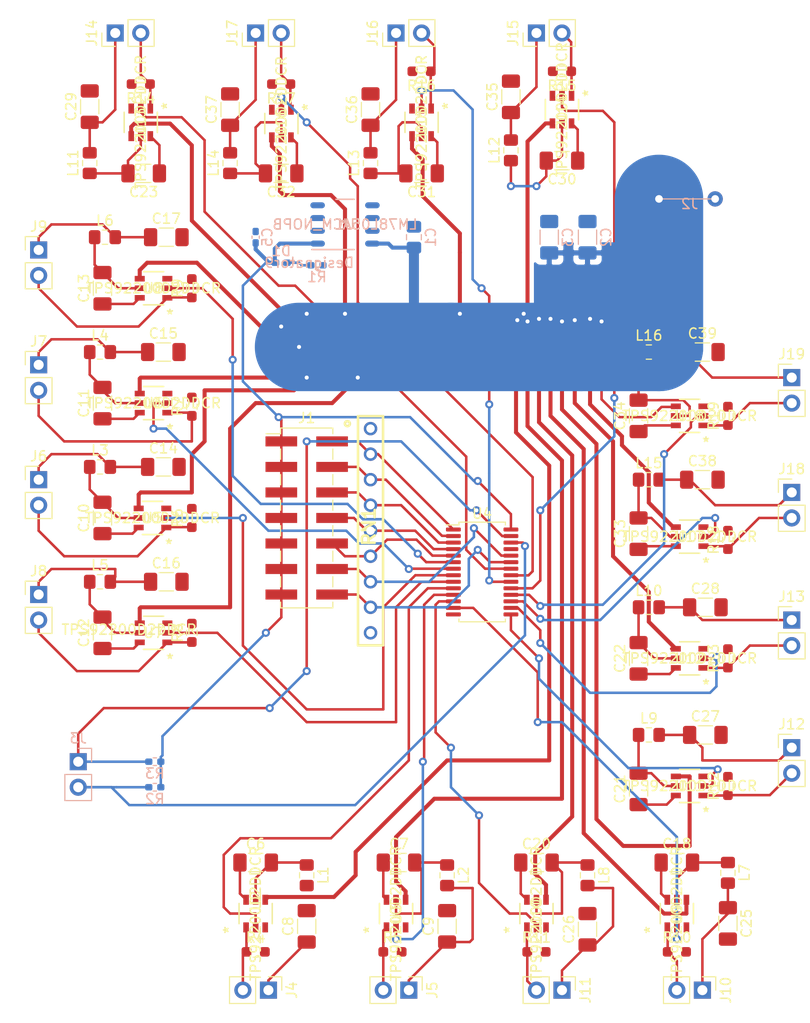
<source format=kicad_pcb>
(kicad_pcb (version 20171130) (host pcbnew "(5.1.9)-1")
  (layers (0 F.Cu signal) (31 B.Cu signal) (34 B.Paste user hide) (35 F.Paste user hide) (36 B.SilkS user hide) (37 F.SilkS user hide) (38 B.Mask user) (39 F.Mask user hide) (44 Edge.Cuts user))
  (net 0 "")
  (net 1 GND)
  (net 2 5V)
  (net 3 24V)
  (net 4 "Net-(D1-Pad1)")
  (net 5 A0)
  (net 6 A1)
  (net 7 A2)
  (net 8 A3)
  (net 9 A4)
  (net 10 A5)
  (net 11 OE)
  (net 12 SCL)
  (net 13 SDA)
  (net 14 PWM1)
  (net 15 "Net-(C11-Pad2)")
  (net 16 "Net-(C11-Pad1)")
  (net 17 "Net-(C12-Pad2)")
  (net 18 "Net-(C12-Pad1)")
  (net 19 "Net-(C13-Pad2)")
  (net 20 "Net-(C13-Pad1)")
  (net 21 PWM3)
  (net 22 PWM2)
  (net 23 PWM0)
  (net 24 p_LED0)
  (net 25 p_LED2)
  (net 26 p_LED1)
  (net 27 p_LED3)
  (net 28 n_LED0)
  (net 29 n_LED2)
  (net 30 n_LED1)
  (net 31 n_LED3)
  (net 32 "Net-(C22-Pad2)")
  (net 33 "Net-(C22-Pad1)")
  (net 34 "Net-(C23-Pad2)")
  (net 35 "Net-(C23-Pad1)")
  (net 36 p_LED4)
  (net 37 p_LED5)
  (net 38 n_LED4)
  (net 39 n_LED5)
  (net 40 PWM4)
  (net 41 PWM5)
  (net 42 p_LED15)
  (net 43 p_LED7)
  (net 44 p_LED6)
  (net 45 p_LED8)
  (net 46 p_LED9)
  (net 47 p_LED12)
  (net 48 p_LED13)
  (net 49 p_LED14)
  (net 50 p_LED10)
  (net 51 p_LED11)
  (net 52 n_LED15)
  (net 53 n_LED7)
  (net 54 n_LED6)
  (net 55 n_LED8)
  (net 56 n_LED9)
  (net 57 n_LED12)
  (net 58 n_LED13)
  (net 59 n_LED14)
  (net 60 n_LED10)
  (net 61 n_LED11)
  (net 62 PWM15)
  (net 63 PWM7)
  (net 64 PWM6)
  (net 65 PWM9)
  (net 66 PWM12)
  (net 67 PWM13)
  (net 68 PWM14)
  (net 69 PWM10)
  (net 70 PWM11)
  (net 71 "Net-(RN1-Pad9)")
  (net 72 PWM8)
  (net 73 "Net-(C6-Pad1)")
  (net 74 "Net-(C6-Pad2)")
  (net 75 "Net-(C7-Pad1)")
  (net 76 "Net-(C7-Pad2)")
  (net 77 "Net-(C10-Pad1)")
  (net 78 "Net-(C10-Pad2)")
  (net 79 "Net-(C18-Pad2)")
  (net 80 "Net-(C18-Pad1)")
  (net 81 "Net-(C20-Pad2)")
  (net 82 "Net-(C20-Pad1)")
  (net 83 "Net-(C21-Pad2)")
  (net 84 "Net-(C21-Pad1)")
  (net 85 "Net-(C30-Pad2)")
  (net 86 "Net-(C30-Pad1)")
  (net 87 "Net-(C31-Pad2)")
  (net 88 "Net-(C31-Pad1)")
  (net 89 "Net-(C32-Pad2)")
  (net 90 "Net-(C32-Pad1)")
  (net 91 "Net-(C33-Pad2)")
  (net 92 "Net-(C33-Pad1)")
  (net 93 "Net-(C34-Pad2)")
  (net 94 "Net-(C34-Pad1)")
  (net 95 "Net-(U1-Pad5)")
  (net 96 "Net-(U1-Pad4)")
  (module LED_SMD:LED_0402_1005Metric_Pad0.77x0.64mm_HandSolder (layer B.Cu) (at 125.73 44.45 180)
    (fp_text reference D1 (at 0 1.17) (layer B.SilkS) (effects (justify mirror)))
    (fp_text value LED)
    (pad 2 smd roundrect (at 0.5725 0 180) (size 0.765 0.64) (layers B.Cu B.Paste B.Mask) (net 2 5V))
    (pad 1 smd roundrect (at -0.5725 0 180) (size 0.765 0.64) (layers B.Cu B.Paste B.Mask) (net 4 "Net-(D1-Pad1)"))
  )
  (module TPS92200:TPS92200D2DDCR (layer F.Cu) (at 123.19 109.22 90)
    (fp_text reference U2 (at 1.27 0 90) (layer F.SilkS))
    (fp_text value TPS92200D2DDCR (at 0 0 90) (layer F.SilkS))
    (fp_text user * (at -1.62915 -2.651 90) (layer F.SilkS))
    (fp_text user * (at -1.62915 -2.651 90) (layer F.SilkS))
    (pad 1 smd rect (at -1.375151 -0.950001 90) (size 0.997699 0.558) (layers F.Cu F.Paste F.Mask) (net 38 n_LED4))
    (pad 2 smd rect (at -1.375151 0 90) (size 0.997699 0.558) (layers F.Cu F.Paste F.Mask) (net 40 PWM4))
    (pad 3 smd rect (at -1.375151 0.950001 90) (size 0.997699 0.558) (layers F.Cu F.Paste F.Mask) (net 1 GND))
    (pad 4 smd rect (at 1.375151 0.950001 90) (size 0.997699 0.558) (layers F.Cu F.Paste F.Mask) (net 3 24V))
    (pad 5 smd rect (at 1.375151 0 90) (size 0.997699 0.558) (layers F.Cu F.Paste F.Mask) (net 74 "Net-(C6-Pad2)"))
    (pad 6 smd rect (at 1.375151 -0.950001 90) (size 0.997699 0.558) (layers F.Cu F.Paste F.Mask) (net 73 "Net-(C6-Pad1)"))
  )
  (module SamacSys_Parts:Molex_26013114 (layer B.Cu) (at 166.37 38.1 180)
    (fp_text reference J2 (at 0 -0.5) (layer B.SilkS) (effects (justify mirror)))
    (fp_text value Conn_01x02_Male)
    (pad 2 thru_hole circle (at -2.54 0 180) (size 1.524 1.524) (drill 0.762) (layers *.Cu *.Mask) (net 1 GND))
    (pad 1 thru_hole circle (at 3.048 0 180) (size 1.524 1.524) (drill 0.762) (layers *.Cu *.Mask) (net 3 24V))
  )
  (module TPS92200:TPS92200D2DDCR (layer F.Cu) (at 113.03 46.99 180)
    (fp_text reference U8 (at 0 0) (layer F.SilkS))
    (fp_text value TPS92200D2DDCR (at 0 0) (layer F.SilkS))
    (fp_text user * (at -1.62915 -2.651) (layer F.SilkS))
    (fp_text user * (at -1.62915 -2.651) (layer F.SilkS))
    (pad 1 smd rect (at -1.375151 -0.950001 180) (size 0.997699 0.558) (layers F.Cu F.Paste F.Mask) (net 28 n_LED0))
    (pad 2 smd rect (at -1.375151 0 180) (size 0.997699 0.558) (layers F.Cu F.Paste F.Mask) (net 23 PWM0))
    (pad 3 smd rect (at -1.375151 0.950001 180) (size 0.997699 0.558) (layers F.Cu F.Paste F.Mask) (net 1 GND))
    (pad 4 smd rect (at 1.375151 0.950001 180) (size 0.997699 0.558) (layers F.Cu F.Paste F.Mask) (net 3 24V))
    (pad 5 smd rect (at 1.375151 0 180) (size 0.997699 0.558) (layers F.Cu F.Paste F.Mask) (net 19 "Net-(C13-Pad2)"))
    (pad 6 smd rect (at 1.375151 -0.950001 180) (size 0.997699 0.558) (layers F.Cu F.Paste F.Mask) (net 20 "Net-(C13-Pad1)"))
  )
  (module footprints:LM78L05ACM&slash_NOPB (layer B.Cu) (at 132.08 40.64)
    (fp_text reference U1 (at 0 0) (layer B.SilkS) (effects (justify mirror)))
    (fp_text value LM78L05ACM_NOPB (at 0 0) (layer B.SilkS) (effects (justify mirror)))
    (fp_text user Designator9 (at -3.556 3.81) (layer B.SilkS) (effects (justify mirror)))
    (fp_text user * (at 0 0) (layer B.SilkS) (effects (justify mirror)))
    (pad 8 smd oval (at 2.724998 1.905 270) (size 0.599999 1.45) (layers B.Cu B.Paste B.Mask) (net 3 24V))
    (pad 7 smd oval (at 2.724998 0.635 270) (size 0.599999 1.45) (layers B.Cu B.Paste B.Mask) (net 1 GND))
    (pad 6 smd oval (at 2.724998 -0.635 270) (size 0.599999 1.45) (layers B.Cu B.Paste B.Mask) (net 1 GND))
    (pad 5 smd oval (at 2.724998 -1.905 270) (size 0.599999 1.45) (layers B.Cu B.Paste B.Mask) (net 95 "Net-(U1-Pad5)"))
    (pad 4 smd oval (at -2.725001 -1.905 270) (size 0.599999 1.45) (layers B.Cu B.Paste B.Mask) (net 96 "Net-(U1-Pad4)"))
    (pad 3 smd oval (at -2.725001 -0.635 270) (size 0.599999 1.45) (layers B.Cu B.Paste B.Mask) (net 1 GND))
    (pad 2 smd oval (at -2.725001 0.635 270) (size 0.599999 1.45) (layers B.Cu B.Paste B.Mask) (net 1 GND))
    (pad 1 smd oval (at -2.725001 1.905 270) (size 0.599999 1.45) (layers B.Cu B.Paste B.Mask) (net 2 5V))
  )
  (module Connector_PinHeader_2.54mm:PinHeader_2x07_P2.54mm_Vertical_SMD (layer F.Cu) (at 128.27 69.85)
    (fp_text reference J1 (at 0 -9.95) (layer F.SilkS))
    (fp_text value Conn_02x07_Odd_Even)
    (pad 14 smd rect (at 2.525 7.62) (size 3.15 1) (layers F.Cu F.Paste F.Mask) (net 11 OE))
    (pad 13 smd rect (at -2.525 7.62) (size 3.15 1) (layers F.Cu F.Paste F.Mask) (net 2 5V))
    (pad 12 smd rect (at 2.525 5.08) (size 3.15 1) (layers F.Cu F.Paste F.Mask) (net 10 A5))
    (pad 11 smd rect (at -2.525 5.08) (size 3.15 1) (layers F.Cu F.Paste F.Mask) (net 2 5V))
    (pad 10 smd rect (at 2.525 2.54) (size 3.15 1) (layers F.Cu F.Paste F.Mask) (net 9 A4))
    (pad 9 smd rect (at -2.525 2.54) (size 3.15 1) (layers F.Cu F.Paste F.Mask) (net 2 5V))
    (pad 8 smd rect (at 2.525 0) (size 3.15 1) (layers F.Cu F.Paste F.Mask) (net 8 A3))
    (pad 7 smd rect (at -2.525 0) (size 3.15 1) (layers F.Cu F.Paste F.Mask) (net 2 5V))
    (pad 6 smd rect (at 2.525 -2.54) (size 3.15 1) (layers F.Cu F.Paste F.Mask) (net 7 A2))
    (pad 5 smd rect (at -2.525 -2.54) (size 3.15 1) (layers F.Cu F.Paste F.Mask) (net 2 5V))
    (pad 4 smd rect (at 2.525 -5.08) (size 3.15 1) (layers F.Cu F.Paste F.Mask) (net 6 A1))
    (pad 3 smd rect (at -2.525 -5.08) (size 3.15 1) (layers F.Cu F.Paste F.Mask) (net 2 5V))
    (pad 2 smd rect (at 2.525 -7.62) (size 3.15 1) (layers F.Cu F.Paste F.Mask) (net 5 A0))
    (pad 1 smd rect (at -2.525 -7.62) (size 3.15 1) (layers F.Cu F.Paste F.Mask) (net 2 5V))
  )
  (module SamacSys_Parts:4609X (layer F.Cu) (at 134.62 71.12 270)
    (fp_text reference RN1 (at -0.40567 0.16433 90) (layer F.SilkS) (effects (font (size 1.27 1.27) (thickness 0.254))))
    (fp_text value 4609M-101-103LF hide)
    (pad 9 thru_hole circle (at 10.16 0 270) (size 1.34 1.34) (drill 0.84) (layers *.Cu *.Mask) (net 71 "Net-(RN1-Pad9)"))
    (pad 8 thru_hole circle (at 7.62 0 270) (size 1.34 1.34) (drill 0.84) (layers *.Cu *.Mask) (net 11 OE))
    (pad 7 thru_hole circle (at 5.08 0 270) (size 1.34 1.34) (drill 0.84) (layers *.Cu *.Mask) (net 10 A5))
    (pad 6 thru_hole circle (at 2.54 0 270) (size 1.34 1.34) (drill 0.84) (layers *.Cu *.Mask) (net 9 A4))
    (pad 5 thru_hole circle (at 0 0 270) (size 1.34 1.34) (drill 0.84) (layers *.Cu *.Mask) (net 8 A3))
    (pad 4 thru_hole circle (at -2.54 0 270) (size 1.34 1.34) (drill 0.84) (layers *.Cu *.Mask) (net 7 A2))
    (pad 3 thru_hole circle (at -5.08 0 270) (size 1.34 1.34) (drill 0.84) (layers *.Cu *.Mask) (net 6 A1))
    (pad 2 thru_hole circle (at -7.62 0 270) (size 1.34 1.34) (drill 0.84) (layers *.Cu *.Mask) (net 5 A0))
    (pad 1 thru_hole circle (at -10.16 0 270) (size 1.34 1.34) (drill 0.84) (layers *.Cu *.Mask) (net 1 GND))
  )
  (module Connector_PinHeader_2.54mm:PinHeader_1x02_P2.54mm_Vertical (layer F.Cu) (at 176.53 55.88)
    (fp_text reference J19 (at 0 -2.33) (layer F.SilkS))
    (fp_text value Conn_01x02_Male)
    (pad 2 thru_hole oval (at 0 2.54) (size 1.7 1.7) (drill 1) (layers *.Cu *.Mask) (net 61 n_LED11))
    (pad 1 thru_hole rect (at 0 0) (size 1.7 1.7) (drill 1) (layers *.Cu *.Mask) (net 51 p_LED11))
  )
  (module Connector_PinHeader_2.54mm:PinHeader_1x02_P2.54mm_Vertical (layer F.Cu) (at 176.53 67.31)
    (fp_text reference J18 (at 0 -2.33) (layer F.SilkS))
    (fp_text value Conn_01x02_Male)
    (pad 2 thru_hole oval (at 0 2.54) (size 1.7 1.7) (drill 1) (layers *.Cu *.Mask) (net 60 n_LED10))
    (pad 1 thru_hole rect (at 0 0) (size 1.7 1.7) (drill 1) (layers *.Cu *.Mask) (net 50 p_LED10))
  )
  (module Connector_PinHeader_2.54mm:PinHeader_1x02_P2.54mm_Vertical (layer F.Cu) (at 123.19 21.59 90)
    (fp_text reference J17 (at 0 -2.33 90) (layer F.SilkS))
    (fp_text value Conn_01x02_Male)
    (pad 2 thru_hole oval (at 0 2.54 90) (size 1.7 1.7) (drill 1) (layers *.Cu *.Mask) (net 59 n_LED14))
    (pad 1 thru_hole rect (at 0 0 90) (size 1.7 1.7) (drill 1) (layers *.Cu *.Mask) (net 49 p_LED14))
  )
  (module Connector_PinHeader_2.54mm:PinHeader_1x02_P2.54mm_Vertical (layer F.Cu) (at 137.16 21.59 90)
    (fp_text reference J16 (at 0 -2.33 90) (layer F.SilkS))
    (fp_text value Conn_01x02_Male)
    (pad 2 thru_hole oval (at 0 2.54 90) (size 1.7 1.7) (drill 1) (layers *.Cu *.Mask) (net 58 n_LED13))
    (pad 1 thru_hole rect (at 0 0 90) (size 1.7 1.7) (drill 1) (layers *.Cu *.Mask) (net 48 p_LED13))
  )
  (module Connector_PinHeader_2.54mm:PinHeader_1x02_P2.54mm_Vertical (layer F.Cu) (at 151.13 21.59 90)
    (fp_text reference J15 (at 0 -2.33 90) (layer F.SilkS))
    (fp_text value Conn_01x02_Male)
    (pad 2 thru_hole oval (at 0 2.54 90) (size 1.7 1.7) (drill 1) (layers *.Cu *.Mask) (net 57 n_LED12))
    (pad 1 thru_hole rect (at 0 0 90) (size 1.7 1.7) (drill 1) (layers *.Cu *.Mask) (net 47 p_LED12))
  )
  (module Connector_PinHeader_2.54mm:PinHeader_1x02_P2.54mm_Vertical (layer F.Cu) (at 109.22 21.59 90)
    (fp_text reference J14 (at 0 -2.33 90) (layer F.SilkS))
    (fp_text value Conn_01x02_Male)
    (pad 1 thru_hole rect (at 0 0 90) (size 1.7 1.7) (drill 1) (layers *.Cu *.Mask) (net 42 p_LED15))
    (pad 2 thru_hole oval (at 0 2.54 90) (size 1.7 1.7) (drill 1) (layers *.Cu *.Mask) (net 52 n_LED15))
  )
  (module Connector_PinHeader_2.54mm:PinHeader_1x02_P2.54mm_Vertical (layer F.Cu) (at 176.53 80.01)
    (fp_text reference J13 (at 0 -2.33) (layer F.SilkS))
    (fp_text value Conn_01x02_Male)
    (pad 2 thru_hole oval (at 0 2.54) (size 1.7 1.7) (drill 1) (layers *.Cu *.Mask) (net 56 n_LED9))
    (pad 1 thru_hole rect (at 0 0) (size 1.7 1.7) (drill 1) (layers *.Cu *.Mask) (net 46 p_LED9))
  )
  (module Connector_PinHeader_2.54mm:PinHeader_1x02_P2.54mm_Vertical (layer F.Cu) (at 176.53 92.71)
    (fp_text reference J12 (at 0 -2.33) (layer F.SilkS))
    (fp_text value Conn_01x02_Male)
    (pad 2 thru_hole oval (at 0 2.54) (size 1.7 1.7) (drill 1) (layers *.Cu *.Mask) (net 55 n_LED8))
    (pad 1 thru_hole rect (at 0 0) (size 1.7 1.7) (drill 1) (layers *.Cu *.Mask) (net 45 p_LED8))
  )
  (module Connector_PinHeader_2.54mm:PinHeader_1x02_P2.54mm_Vertical (layer F.Cu) (at 153.67 116.84 270)
    (fp_text reference J11 (at 0 -2.33 90) (layer F.SilkS))
    (fp_text value Conn_01x02_Male)
    (pad 2 thru_hole oval (at 0 2.54 270) (size 1.7 1.7) (drill 1) (layers *.Cu *.Mask) (net 54 n_LED6))
    (pad 1 thru_hole rect (at 0 0 270) (size 1.7 1.7) (drill 1) (layers *.Cu *.Mask) (net 44 p_LED6))
  )
  (module Connector_PinHeader_2.54mm:PinHeader_1x02_P2.54mm_Vertical (layer F.Cu) (at 167.64 116.84 270)
    (fp_text reference J10 (at 0 -2.33 90) (layer F.SilkS))
    (fp_text value Conn_01x02_Male)
    (pad 2 thru_hole oval (at 0 2.54 270) (size 1.7 1.7) (drill 1) (layers *.Cu *.Mask) (net 53 n_LED7))
    (pad 1 thru_hole rect (at 0 0 270) (size 1.7 1.7) (drill 1) (layers *.Cu *.Mask) (net 43 p_LED7))
  )
  (module Connector_PinHeader_2.54mm:PinHeader_1x02_P2.54mm_Vertical (layer F.Cu) (at 138.43 116.84 270)
    (fp_text reference J5 (at 0 -2.33 90) (layer F.SilkS))
    (fp_text value Conn_01x02_Male)
    (pad 2 thru_hole oval (at 0 2.54 270) (size 1.7 1.7) (drill 1) (layers *.Cu *.Mask) (net 39 n_LED5))
    (pad 1 thru_hole rect (at 0 0 270) (size 1.7 1.7) (drill 1) (layers *.Cu *.Mask) (net 37 p_LED5))
  )
  (module Connector_PinHeader_2.54mm:PinHeader_1x02_P2.54mm_Vertical (layer F.Cu) (at 101.6 77.47)
    (fp_text reference J8 (at 0 -2.33) (layer F.SilkS))
    (fp_text value Conn_01x02_Male)
    (pad 2 thru_hole oval (at 0 2.54) (size 1.7 1.7) (drill 1) (layers *.Cu *.Mask) (net 31 n_LED3))
    (pad 1 thru_hole rect (at 0 0) (size 1.7 1.7) (drill 1) (layers *.Cu *.Mask) (net 27 p_LED3))
  )
  (module Connector_PinHeader_2.54mm:PinHeader_1x02_P2.54mm_Vertical (layer F.Cu) (at 101.6 54.61)
    (fp_text reference J7 (at 0 -2.33) (layer F.SilkS))
    (fp_text value Conn_01x02_Male)
    (pad 2 thru_hole oval (at 0 2.54) (size 1.7 1.7) (drill 1) (layers *.Cu *.Mask) (net 30 n_LED1))
    (pad 1 thru_hole rect (at 0 0) (size 1.7 1.7) (drill 1) (layers *.Cu *.Mask) (net 26 p_LED1))
  )
  (module Connector_PinHeader_2.54mm:PinHeader_1x02_P2.54mm_Vertical (layer F.Cu) (at 101.6 66.04)
    (fp_text reference J6 (at 0 -2.33) (layer F.SilkS))
    (fp_text value Conn_01x02_Male)
    (pad 2 thru_hole oval (at 0 2.54) (size 1.7 1.7) (drill 1) (layers *.Cu *.Mask) (net 29 n_LED2))
    (pad 1 thru_hole rect (at 0 0) (size 1.7 1.7) (drill 1) (layers *.Cu *.Mask) (net 25 p_LED2))
  )
  (module Connector_PinHeader_2.54mm:PinHeader_1x02_P2.54mm_Vertical (layer F.Cu) (at 101.6 43.18)
    (fp_text reference J9 (at 0 -2.33) (layer F.SilkS))
    (fp_text value Conn_01x02_Male)
    (pad 2 thru_hole oval (at 0 2.54) (size 1.7 1.7) (drill 1) (layers *.Cu *.Mask) (net 28 n_LED0))
    (pad 1 thru_hole rect (at 0 0) (size 1.7 1.7) (drill 1) (layers *.Cu *.Mask) (net 24 p_LED0))
  )
  (module Connector_PinHeader_2.54mm:PinHeader_1x02_P2.54mm_Vertical (layer F.Cu) (at 124.46 116.84 270)
    (fp_text reference J4 (at 0 -2.33 90) (layer F.SilkS))
    (fp_text value Conn_01x02_Male)
    (pad 2 thru_hole oval (at 0 2.54 270) (size 1.7 1.7) (drill 1) (layers *.Cu *.Mask) (net 38 n_LED4))
    (pad 1 thru_hole rect (at 0 0 270) (size 1.7 1.7) (drill 1) (layers *.Cu *.Mask) (net 36 p_LED4))
  )
  (module TPS92200:TPS92200D2DDCR (layer F.Cu) (at 166.37 59.69 180)
    (fp_text reference U18 (at 0 0) (layer F.SilkS))
    (fp_text value TPS92200D2DDCR (at 0 0) (layer F.SilkS))
    (fp_text user * (at -1.62915 -2.651) (layer F.SilkS))
    (fp_text user * (at -1.62915 -2.651) (layer F.SilkS))
    (pad 6 smd rect (at 1.375151 -0.950001 180) (size 0.997699 0.558) (layers F.Cu F.Paste F.Mask) (net 94 "Net-(C34-Pad1)"))
    (pad 5 smd rect (at 1.375151 0 180) (size 0.997699 0.558) (layers F.Cu F.Paste F.Mask) (net 93 "Net-(C34-Pad2)"))
    (pad 4 smd rect (at 1.375151 0.950001 180) (size 0.997699 0.558) (layers F.Cu F.Paste F.Mask) (net 3 24V))
    (pad 3 smd rect (at -1.375151 0.950001 180) (size 0.997699 0.558) (layers F.Cu F.Paste F.Mask) (net 1 GND))
    (pad 2 smd rect (at -1.375151 0 180) (size 0.997699 0.558) (layers F.Cu F.Paste F.Mask) (net 70 PWM11))
    (pad 1 smd rect (at -1.375151 -0.950001 180) (size 0.997699 0.558) (layers F.Cu F.Paste F.Mask) (net 61 n_LED11))
  )
  (module TPS92200:TPS92200D2DDCR (layer F.Cu) (at 166.37 71.7108 180)
    (fp_text reference U17 (at 0 0) (layer F.SilkS))
    (fp_text value TPS92200D2DDCR (at 0 0) (layer F.SilkS))
    (fp_text user * (at -1.62915 -2.651) (layer F.SilkS))
    (fp_text user * (at -1.62915 -2.651) (layer F.SilkS))
    (pad 6 smd rect (at 1.375151 -0.950001 180) (size 0.997699 0.558) (layers F.Cu F.Paste F.Mask) (net 92 "Net-(C33-Pad1)"))
    (pad 5 smd rect (at 1.375151 0 180) (size 0.997699 0.558) (layers F.Cu F.Paste F.Mask) (net 91 "Net-(C33-Pad2)"))
    (pad 4 smd rect (at 1.375151 0.950001 180) (size 0.997699 0.558) (layers F.Cu F.Paste F.Mask) (net 3 24V))
    (pad 3 smd rect (at -1.375151 0.950001 180) (size 0.997699 0.558) (layers F.Cu F.Paste F.Mask) (net 1 GND))
    (pad 2 smd rect (at -1.375151 0 180) (size 0.997699 0.558) (layers F.Cu F.Paste F.Mask) (net 69 PWM10))
    (pad 1 smd rect (at -1.375151 -0.950001 180) (size 0.997699 0.558) (layers F.Cu F.Paste F.Mask) (net 60 n_LED10))
  )
  (module TPS92200:TPS92200D2DDCR (layer F.Cu) (at 125.7508 30.599199 270)
    (fp_text reference U16 (at 0 0 90) (layer F.SilkS))
    (fp_text value TPS92200D2DDCR (at 0 0 90) (layer F.SilkS))
    (fp_text user * (at -1.62915 -2.651 90) (layer F.SilkS))
    (fp_text user * (at -1.62915 -2.651 90) (layer F.SilkS))
    (pad 6 smd rect (at 1.375151 -0.950001 270) (size 0.997699 0.558) (layers F.Cu F.Paste F.Mask) (net 90 "Net-(C32-Pad1)"))
    (pad 5 smd rect (at 1.375151 0 270) (size 0.997699 0.558) (layers F.Cu F.Paste F.Mask) (net 89 "Net-(C32-Pad2)"))
    (pad 4 smd rect (at 1.375151 0.950001 270) (size 0.997699 0.558) (layers F.Cu F.Paste F.Mask) (net 3 24V))
    (pad 3 smd rect (at -1.375151 0.950001 270) (size 0.997699 0.558) (layers F.Cu F.Paste F.Mask) (net 1 GND))
    (pad 2 smd rect (at -1.375151 0 270) (size 0.997699 0.558) (layers F.Cu F.Paste F.Mask) (net 68 PWM14))
    (pad 1 smd rect (at -1.375151 -0.950001 270) (size 0.997699 0.558) (layers F.Cu F.Paste F.Mask) (net 59 n_LED14))
  )
  (module TPS92200:TPS92200D2DDCR (layer F.Cu) (at 139.7 30.48 270)
    (fp_text reference U15 (at 0 0 90) (layer F.SilkS))
    (fp_text value TPS92200D2DDCR (at 0 0 90) (layer F.SilkS))
    (fp_text user * (at -1.62915 -2.651 90) (layer F.SilkS))
    (fp_text user * (at -1.62915 -2.651 90) (layer F.SilkS))
    (pad 6 smd rect (at 1.375151 -0.950001 270) (size 0.997699 0.558) (layers F.Cu F.Paste F.Mask) (net 88 "Net-(C31-Pad1)"))
    (pad 5 smd rect (at 1.375151 0 270) (size 0.997699 0.558) (layers F.Cu F.Paste F.Mask) (net 87 "Net-(C31-Pad2)"))
    (pad 4 smd rect (at 1.375151 0.950001 270) (size 0.997699 0.558) (layers F.Cu F.Paste F.Mask) (net 3 24V))
    (pad 3 smd rect (at -1.375151 0.950001 270) (size 0.997699 0.558) (layers F.Cu F.Paste F.Mask) (net 1 GND))
    (pad 2 smd rect (at -1.375151 0 270) (size 0.997699 0.558) (layers F.Cu F.Paste F.Mask) (net 67 PWM13))
    (pad 1 smd rect (at -1.375151 -0.950001 270) (size 0.997699 0.558) (layers F.Cu F.Paste F.Mask) (net 58 n_LED13))
  )
  (module TPS92200:TPS92200D2DDCR (layer F.Cu) (at 153.67 29.21 270)
    (fp_text reference U14 (at 0 0 90) (layer F.SilkS))
    (fp_text value TPS92200D2DDCR (at 0 0 90) (layer F.SilkS))
    (fp_text user * (at -1.62915 -2.651 90) (layer F.SilkS))
    (fp_text user * (at -1.62915 -2.651 90) (layer F.SilkS))
    (pad 6 smd rect (at 1.375151 -0.950001 270) (size 0.997699 0.558) (layers F.Cu F.Paste F.Mask) (net 86 "Net-(C30-Pad1)"))
    (pad 5 smd rect (at 1.375151 0 270) (size 0.997699 0.558) (layers F.Cu F.Paste F.Mask) (net 85 "Net-(C30-Pad2)"))
    (pad 4 smd rect (at 1.375151 0.950001 270) (size 0.997699 0.558) (layers F.Cu F.Paste F.Mask) (net 3 24V))
    (pad 3 smd rect (at -1.375151 0.950001 270) (size 0.997699 0.558) (layers F.Cu F.Paste F.Mask) (net 1 GND))
    (pad 2 smd rect (at -1.375151 0 270) (size 0.997699 0.558) (layers F.Cu F.Paste F.Mask) (net 66 PWM12))
    (pad 1 smd rect (at -1.375151 -0.950001 270) (size 0.997699 0.558) (layers F.Cu F.Paste F.Mask) (net 57 n_LED12))
  )
  (module TPS92200:TPS92200D2DDCR (layer F.Cu) (at 111.76 30.48 270)
    (fp_text reference U13 (at 0 0 90) (layer F.SilkS))
    (fp_text value TPS92200D2DDCR (at 0 0 90) (layer F.SilkS))
    (fp_text user * (at -1.62915 -2.651 90) (layer F.SilkS))
    (fp_text user * (at -1.62915 -2.651 90) (layer F.SilkS))
    (pad 1 smd rect (at -1.375151 -0.950001 270) (size 0.997699 0.558) (layers F.Cu F.Paste F.Mask) (net 52 n_LED15))
    (pad 2 smd rect (at -1.375151 0 270) (size 0.997699 0.558) (layers F.Cu F.Paste F.Mask) (net 62 PWM15))
    (pad 3 smd rect (at -1.375151 0.950001 270) (size 0.997699 0.558) (layers F.Cu F.Paste F.Mask) (net 1 GND))
    (pad 4 smd rect (at 1.375151 0.950001 270) (size 0.997699 0.558) (layers F.Cu F.Paste F.Mask) (net 3 24V))
    (pad 5 smd rect (at 1.375151 0 270) (size 0.997699 0.558) (layers F.Cu F.Paste F.Mask) (net 34 "Net-(C23-Pad2)"))
    (pad 6 smd rect (at 1.375151 -0.950001 270) (size 0.997699 0.558) (layers F.Cu F.Paste F.Mask) (net 35 "Net-(C23-Pad1)"))
  )
  (module TPS92200:TPS92200D2DDCR (layer F.Cu) (at 166.37 83.82 180)
    (fp_text reference U12 (at 0 0) (layer F.SilkS))
    (fp_text value TPS92200D2DDCR (at 0 0) (layer F.SilkS))
    (fp_text user * (at -1.62915 -2.651) (layer F.SilkS))
    (fp_text user * (at -1.62915 -2.651) (layer F.SilkS))
    (pad 6 smd rect (at 1.375151 -0.950001 180) (size 0.997699 0.558) (layers F.Cu F.Paste F.Mask) (net 33 "Net-(C22-Pad1)"))
    (pad 5 smd rect (at 1.375151 0 180) (size 0.997699 0.558) (layers F.Cu F.Paste F.Mask) (net 32 "Net-(C22-Pad2)"))
    (pad 4 smd rect (at 1.375151 0.950001 180) (size 0.997699 0.558) (layers F.Cu F.Paste F.Mask) (net 3 24V))
    (pad 3 smd rect (at -1.375151 0.950001 180) (size 0.997699 0.558) (layers F.Cu F.Paste F.Mask) (net 1 GND))
    (pad 2 smd rect (at -1.375151 0 180) (size 0.997699 0.558) (layers F.Cu F.Paste F.Mask) (net 65 PWM9))
    (pad 1 smd rect (at -1.375151 -0.950001 180) (size 0.997699 0.558) (layers F.Cu F.Paste F.Mask) (net 56 n_LED9))
  )
  (module TPS92200:TPS92200D2DDCR (layer F.Cu) (at 166.37 96.52 180)
    (fp_text reference U11 (at 0 0) (layer F.SilkS))
    (fp_text value TPS92200D2DDCR (at 0 0) (layer F.SilkS))
    (fp_text user * (at -1.62915 -2.651) (layer F.SilkS))
    (fp_text user * (at -1.62915 -2.651) (layer F.SilkS))
    (pad 6 smd rect (at 1.375151 -0.950001 180) (size 0.997699 0.558) (layers F.Cu F.Paste F.Mask) (net 84 "Net-(C21-Pad1)"))
    (pad 5 smd rect (at 1.375151 0 180) (size 0.997699 0.558) (layers F.Cu F.Paste F.Mask) (net 83 "Net-(C21-Pad2)"))
    (pad 4 smd rect (at 1.375151 0.950001 180) (size 0.997699 0.558) (layers F.Cu F.Paste F.Mask) (net 3 24V))
    (pad 3 smd rect (at -1.375151 0.950001 180) (size 0.997699 0.558) (layers F.Cu F.Paste F.Mask) (net 1 GND))
    (pad 2 smd rect (at -1.375151 0 180) (size 0.997699 0.558) (layers F.Cu F.Paste F.Mask) (net 72 PWM8))
    (pad 1 smd rect (at -1.375151 -0.950001 180) (size 0.997699 0.558) (layers F.Cu F.Paste F.Mask) (net 55 n_LED8))
  )
  (module TPS92200:TPS92200D2DDCR (layer F.Cu) (at 151.13 109.22 90)
    (fp_text reference U10 (at 0 0 90) (layer F.SilkS))
    (fp_text value TPS92200D2DDCR (at 0 0 90) (layer F.SilkS))
    (fp_text user * (at -1.62915 -2.651 90) (layer F.SilkS))
    (fp_text user * (at -1.62915 -2.651 90) (layer F.SilkS))
    (pad 6 smd rect (at 1.375151 -0.950001 90) (size 0.997699 0.558) (layers F.Cu F.Paste F.Mask) (net 82 "Net-(C20-Pad1)"))
    (pad 5 smd rect (at 1.375151 0 90) (size 0.997699 0.558) (layers F.Cu F.Paste F.Mask) (net 81 "Net-(C20-Pad2)"))
    (pad 4 smd rect (at 1.375151 0.950001 90) (size 0.997699 0.558) (layers F.Cu F.Paste F.Mask) (net 3 24V))
    (pad 3 smd rect (at -1.375151 0.950001 90) (size 0.997699 0.558) (layers F.Cu F.Paste F.Mask) (net 1 GND))
    (pad 2 smd rect (at -1.375151 0 90) (size 0.997699 0.558) (layers F.Cu F.Paste F.Mask) (net 64 PWM6))
    (pad 1 smd rect (at -1.375151 -0.950001 90) (size 0.997699 0.558) (layers F.Cu F.Paste F.Mask) (net 54 n_LED6))
  )
  (module TPS92200:TPS92200D2DDCR (layer F.Cu) (at 165.1 109.22 90)
    (fp_text reference U9 (at 0 0 90) (layer F.SilkS))
    (fp_text value TPS92200D2DDCR (at 0 0 90) (layer F.SilkS))
    (fp_text user * (at -1.62915 -2.651 90) (layer F.SilkS))
    (fp_text user * (at -1.62915 -2.651 90) (layer F.SilkS))
    (pad 6 smd rect (at 1.375151 -0.950001 90) (size 0.997699 0.558) (layers F.Cu F.Paste F.Mask) (net 80 "Net-(C18-Pad1)"))
    (pad 5 smd rect (at 1.375151 0 90) (size 0.997699 0.558) (layers F.Cu F.Paste F.Mask) (net 79 "Net-(C18-Pad2)"))
    (pad 4 smd rect (at 1.375151 0.950001 90) (size 0.997699 0.558) (layers F.Cu F.Paste F.Mask) (net 3 24V))
    (pad 3 smd rect (at -1.375151 0.950001 90) (size 0.997699 0.558) (layers F.Cu F.Paste F.Mask) (net 1 GND))
    (pad 2 smd rect (at -1.375151 0 90) (size 0.997699 0.558) (layers F.Cu F.Paste F.Mask) (net 63 PWM7))
    (pad 1 smd rect (at -1.375151 -0.950001 90) (size 0.997699 0.558) (layers F.Cu F.Paste F.Mask) (net 53 n_LED7))
  )
  (module Resistor_SMD:R_0603_1608Metric_Pad0.98x0.95mm_HandSolder (layer F.Cu) (at 170.18 59.69 90)
    (fp_text reference R19 (at 0 -1.43 90) (layer F.SilkS))
    (fp_text value 130m)
    (pad 2 smd roundrect (at 0.9125 0 90) (size 0.975 0.95) (layers F.Cu F.Paste F.Mask) (net 1 GND))
    (pad 1 smd roundrect (at -0.9125 0 90) (size 0.975 0.95) (layers F.Cu F.Paste F.Mask) (net 61 n_LED11))
  )
  (module Resistor_SMD:R_0603_1608Metric_Pad0.98x0.95mm_HandSolder (layer F.Cu) (at 170.18 72.0325 90)
    (fp_text reference R18 (at 0 -1.43 90) (layer F.SilkS))
    (fp_text value 130m)
    (pad 2 smd roundrect (at 0.9125 0 90) (size 0.975 0.95) (layers F.Cu F.Paste F.Mask) (net 1 GND))
    (pad 1 smd roundrect (at -0.9125 0 90) (size 0.975 0.95) (layers F.Cu F.Paste F.Mask) (net 60 n_LED10))
  )
  (module Resistor_SMD:R_0603_1608Metric_Pad0.98x0.95mm_HandSolder (layer F.Cu) (at 125.73 26.67 180)
    (fp_text reference R17 (at 0 -1.43) (layer F.SilkS))
    (fp_text value 130m)
    (pad 2 smd roundrect (at 0.9125 0 180) (size 0.975 0.95) (layers F.Cu F.Paste F.Mask) (net 1 GND))
    (pad 1 smd roundrect (at -0.9125 0 180) (size 0.975 0.95) (layers F.Cu F.Paste F.Mask) (net 59 n_LED14))
  )
  (module Resistor_SMD:R_0603_1608Metric_Pad0.98x0.95mm_HandSolder (layer F.Cu) (at 139.7 25.4 180)
    (fp_text reference R16 (at 0 -1.43) (layer F.SilkS))
    (fp_text value 130m)
    (pad 2 smd roundrect (at 0.9125 0 180) (size 0.975 0.95) (layers F.Cu F.Paste F.Mask) (net 1 GND))
    (pad 1 smd roundrect (at -0.9125 0 180) (size 0.975 0.95) (layers F.Cu F.Paste F.Mask) (net 58 n_LED13))
  )
  (module Resistor_SMD:R_0603_1608Metric_Pad0.98x0.95mm_HandSolder (layer F.Cu) (at 153.67 25.4 180)
    (fp_text reference R15 (at 0 -1.43) (layer F.SilkS))
    (fp_text value 130m)
    (pad 2 smd roundrect (at 0.9125 0 180) (size 0.975 0.95) (layers F.Cu F.Paste F.Mask) (net 1 GND))
    (pad 1 smd roundrect (at -0.9125 0 180) (size 0.975 0.95) (layers F.Cu F.Paste F.Mask) (net 57 n_LED12))
  )
  (module Resistor_SMD:R_0603_1608Metric_Pad0.98x0.95mm_HandSolder (layer F.Cu) (at 111.76 26.67 180)
    (fp_text reference R14 (at 0 -1.43) (layer F.SilkS))
    (fp_text value 130m)
    (pad 1 smd roundrect (at -0.9125 0 180) (size 0.975 0.95) (layers F.Cu F.Paste F.Mask) (net 52 n_LED15))
    (pad 2 smd roundrect (at 0.9125 0 180) (size 0.975 0.95) (layers F.Cu F.Paste F.Mask) (net 1 GND))
  )
  (module Resistor_SMD:R_0603_1608Metric_Pad0.98x0.95mm_HandSolder (layer F.Cu) (at 170.18 83.82 90)
    (fp_text reference R13 (at 0 -1.43 90) (layer F.SilkS))
    (fp_text value 130m)
    (pad 2 smd roundrect (at 0.9125 0 90) (size 0.975 0.95) (layers F.Cu F.Paste F.Mask) (net 1 GND))
    (pad 1 smd roundrect (at -0.9125 0 90) (size 0.975 0.95) (layers F.Cu F.Paste F.Mask) (net 56 n_LED9))
  )
  (module Resistor_SMD:R_0603_1608Metric_Pad0.98x0.95mm_HandSolder (layer F.Cu) (at 170.18 96.52 90)
    (fp_text reference R12 (at 0 -1.43 90) (layer F.SilkS))
    (fp_text value 130m)
    (pad 2 smd roundrect (at 0.9125 0 90) (size 0.975 0.95) (layers F.Cu F.Paste F.Mask) (net 1 GND))
    (pad 1 smd roundrect (at -0.9125 0 90) (size 0.975 0.95) (layers F.Cu F.Paste F.Mask) (net 55 n_LED8))
  )
  (module Resistor_SMD:R_0603_1608Metric_Pad0.98x0.95mm_HandSolder (layer F.Cu) (at 151.13 113.03)
    (fp_text reference R11 (at 0 -1.43) (layer F.SilkS))
    (fp_text value 130m)
    (pad 2 smd roundrect (at 0.9125 0) (size 0.975 0.95) (layers F.Cu F.Paste F.Mask) (net 1 GND))
    (pad 1 smd roundrect (at -0.9125 0) (size 0.975 0.95) (layers F.Cu F.Paste F.Mask) (net 54 n_LED6))
  )
  (module Resistor_SMD:R_0603_1608Metric_Pad0.98x0.95mm_HandSolder (layer F.Cu) (at 165.1 113.03)
    (fp_text reference R10 (at 0 -1.43) (layer F.SilkS))
    (fp_text value 130m)
    (pad 2 smd roundrect (at 0.9125 0) (size 0.975 0.95) (layers F.Cu F.Paste F.Mask) (net 1 GND))
    (pad 1 smd roundrect (at -0.9125 0) (size 0.975 0.95) (layers F.Cu F.Paste F.Mask) (net 53 n_LED7))
  )
  (module Inductor_SMD:L_0805_2012Metric_Pad1.15x1.40mm_HandSolder (layer F.Cu) (at 162.315 53.34)
    (fp_text reference L16 (at 0 -1.65) (layer F.SilkS))
    (fp_text value 2.2uH)
    (pad 2 smd roundrect (at 1.025 0) (size 1.15 1.4) (layers F.Cu F.Paste F.Mask) (roundrect_rratio 0.217391) (net 51 p_LED11))
    (pad 1 smd roundrect (at -1.025 0) (size 1.15 1.4) (layers F.Cu F.Paste F.Mask) (roundrect_rratio 0.217391) (net 93 "Net-(C34-Pad2)"))
  )
  (module Inductor_SMD:L_0805_2012Metric_Pad1.15x1.40mm_HandSolder (layer F.Cu) (at 162.315 66.04)
    (fp_text reference L15 (at 0 -1.65) (layer F.SilkS))
    (fp_text value 2.2uH)
    (pad 2 smd roundrect (at 1.025 0) (size 1.15 1.4) (layers F.Cu F.Paste F.Mask) (roundrect_rratio 0.217391) (net 50 p_LED10))
    (pad 1 smd roundrect (at -1.025 0) (size 1.15 1.4) (layers F.Cu F.Paste F.Mask) (roundrect_rratio 0.217391) (net 91 "Net-(C33-Pad2)"))
  )
  (module Inductor_SMD:L_0805_2012Metric_Pad1.15x1.40mm_HandSolder (layer F.Cu) (at 120.65 34.535 90)
    (fp_text reference L14 (at 0 -1.65 90) (layer F.SilkS))
    (fp_text value 2.2uH)
    (pad 2 smd roundrect (at 1.025 0 90) (size 1.15 1.4) (layers F.Cu F.Paste F.Mask) (roundrect_rratio 0.217391) (net 49 p_LED14))
    (pad 1 smd roundrect (at -1.025 0 90) (size 1.15 1.4) (layers F.Cu F.Paste F.Mask) (roundrect_rratio 0.217391) (net 89 "Net-(C32-Pad2)"))
  )
  (module Inductor_SMD:L_0805_2012Metric_Pad1.15x1.40mm_HandSolder (layer F.Cu) (at 134.62 34.535 90)
    (fp_text reference L13 (at 0 -1.65 90) (layer F.SilkS))
    (fp_text value 2.2uH)
    (pad 2 smd roundrect (at 1.025 0 90) (size 1.15 1.4) (layers F.Cu F.Paste F.Mask) (roundrect_rratio 0.217391) (net 48 p_LED13))
    (pad 1 smd roundrect (at -1.025 0 90) (size 1.15 1.4) (layers F.Cu F.Paste F.Mask) (roundrect_rratio 0.217391) (net 87 "Net-(C31-Pad2)"))
  )
  (module Inductor_SMD:L_0805_2012Metric_Pad1.15x1.40mm_HandSolder (layer F.Cu) (at 148.59 33.265 90)
    (fp_text reference L12 (at 0 -1.65 90) (layer F.SilkS))
    (fp_text value 2.2uH)
    (pad 2 smd roundrect (at 1.025 0 90) (size 1.15 1.4) (layers F.Cu F.Paste F.Mask) (roundrect_rratio 0.217391) (net 47 p_LED12))
    (pad 1 smd roundrect (at -1.025 0 90) (size 1.15 1.4) (layers F.Cu F.Paste F.Mask) (roundrect_rratio 0.217391) (net 85 "Net-(C30-Pad2)"))
  )
  (module Inductor_SMD:L_0805_2012Metric_Pad1.15x1.40mm_HandSolder (layer F.Cu) (at 106.68 34.535 90)
    (fp_text reference L11 (at 0 -1.65 90) (layer F.SilkS))
    (fp_text value 2.2uH)
    (pad 1 smd roundrect (at -1.025 0 90) (size 1.15 1.4) (layers F.Cu F.Paste F.Mask) (roundrect_rratio 0.217391) (net 34 "Net-(C23-Pad2)"))
    (pad 2 smd roundrect (at 1.025 0 90) (size 1.15 1.4) (layers F.Cu F.Paste F.Mask) (roundrect_rratio 0.217391) (net 42 p_LED15))
  )
  (module Inductor_SMD:L_0805_2012Metric_Pad1.15x1.40mm_HandSolder (layer F.Cu) (at 162.315 78.74)
    (fp_text reference L10 (at 0 -1.65) (layer F.SilkS))
    (fp_text value 2.2uH)
    (pad 2 smd roundrect (at 1.025 0) (size 1.15 1.4) (layers F.Cu F.Paste F.Mask) (roundrect_rratio 0.217391) (net 46 p_LED9))
    (pad 1 smd roundrect (at -1.025 0) (size 1.15 1.4) (layers F.Cu F.Paste F.Mask) (roundrect_rratio 0.217391) (net 32 "Net-(C22-Pad2)"))
  )
  (module Inductor_SMD:L_0805_2012Metric_Pad1.15x1.40mm_HandSolder (layer F.Cu) (at 162.315 91.44)
    (fp_text reference L9 (at 0 -1.65) (layer F.SilkS))
    (fp_text value 2.2uH)
    (pad 2 smd roundrect (at 1.025 0) (size 1.15 1.4) (layers F.Cu F.Paste F.Mask) (roundrect_rratio 0.217391) (net 45 p_LED8))
    (pad 1 smd roundrect (at -1.025 0) (size 1.15 1.4) (layers F.Cu F.Paste F.Mask) (roundrect_rratio 0.217391) (net 83 "Net-(C21-Pad2)"))
  )
  (module Inductor_SMD:L_0805_2012Metric_Pad1.15x1.40mm_HandSolder (layer F.Cu) (at 156.21 105.41 270)
    (fp_text reference L8 (at 0 -1.65 90) (layer F.SilkS))
    (fp_text value 2.2uH)
    (pad 2 smd roundrect (at 1.025 0 270) (size 1.15 1.4) (layers F.Cu F.Paste F.Mask) (roundrect_rratio 0.217391) (net 44 p_LED6))
    (pad 1 smd roundrect (at -1.025 0 270) (size 1.15 1.4) (layers F.Cu F.Paste F.Mask) (roundrect_rratio 0.217391) (net 81 "Net-(C20-Pad2)"))
  )
  (module Inductor_SMD:L_0805_2012Metric_Pad1.15x1.40mm_HandSolder (layer F.Cu) (at 170.18 105.165 270)
    (fp_text reference L7 (at 0 -1.65 90) (layer F.SilkS))
    (fp_text value 2.2uH)
    (pad 2 smd roundrect (at 1.025 0 270) (size 1.15 1.4) (layers F.Cu F.Paste F.Mask) (roundrect_rratio 0.217391) (net 43 p_LED7))
    (pad 1 smd roundrect (at -1.025 0 270) (size 1.15 1.4) (layers F.Cu F.Paste F.Mask) (roundrect_rratio 0.217391) (net 79 "Net-(C18-Pad2)"))
  )
  (module Capacitor_SMD:C_1206_3216Metric_Pad1.33x1.80mm_HandSolder (layer F.Cu) (at 167.64 53.34)
    (fp_text reference C39 (at 0 -1.85) (layer F.SilkS))
    (fp_text value 10uF)
    (pad 2 smd roundrect (at 1.5625 0) (size 1.325 1.8) (layers F.Cu F.Paste F.Mask) (roundrect_rratio 0.188679) (net 1 GND))
    (pad 1 smd roundrect (at -1.5625 0) (size 1.325 1.8) (layers F.Cu F.Paste F.Mask) (roundrect_rratio 0.188679) (net 51 p_LED11))
  )
  (module Capacitor_SMD:C_1206_3216Metric_Pad1.33x1.80mm_HandSolder (layer F.Cu) (at 167.64 66.04)
    (fp_text reference C38 (at 0 -1.85) (layer F.SilkS))
    (fp_text value 10uF)
    (pad 2 smd roundrect (at 1.5625 0) (size 1.325 1.8) (layers F.Cu F.Paste F.Mask) (roundrect_rratio 0.188679) (net 1 GND))
    (pad 1 smd roundrect (at -1.5625 0) (size 1.325 1.8) (layers F.Cu F.Paste F.Mask) (roundrect_rratio 0.188679) (net 50 p_LED10))
  )
  (module Capacitor_SMD:C_1206_3216Metric_Pad1.33x1.80mm_HandSolder (layer F.Cu) (at 120.65 29.21 90)
    (fp_text reference C37 (at 0 -1.85 90) (layer F.SilkS))
    (fp_text value 10uF)
    (pad 2 smd roundrect (at 1.5625 0 90) (size 1.325 1.8) (layers F.Cu F.Paste F.Mask) (roundrect_rratio 0.188679) (net 1 GND))
    (pad 1 smd roundrect (at -1.5625 0 90) (size 1.325 1.8) (layers F.Cu F.Paste F.Mask) (roundrect_rratio 0.188679) (net 49 p_LED14))
  )
  (module Capacitor_SMD:C_1206_3216Metric_Pad1.33x1.80mm_HandSolder (layer F.Cu) (at 134.62 29.21 90)
    (fp_text reference C36 (at 0 -1.85 90) (layer F.SilkS))
    (fp_text value 10uF)
    (pad 2 smd roundrect (at 1.5625 0 90) (size 1.325 1.8) (layers F.Cu F.Paste F.Mask) (roundrect_rratio 0.188679) (net 1 GND))
    (pad 1 smd roundrect (at -1.5625 0 90) (size 1.325 1.8) (layers F.Cu F.Paste F.Mask) (roundrect_rratio 0.188679) (net 48 p_LED13))
  )
  (module Capacitor_SMD:C_1206_3216Metric_Pad1.33x1.80mm_HandSolder (layer F.Cu) (at 148.59 27.94 90)
    (fp_text reference C35 (at 0 -1.85 90) (layer F.SilkS))
    (fp_text value 10uF)
    (pad 2 smd roundrect (at 1.5625 0 90) (size 1.325 1.8) (layers F.Cu F.Paste F.Mask) (roundrect_rratio 0.188679) (net 1 GND))
    (pad 1 smd roundrect (at -1.5625 0 90) (size 1.325 1.8) (layers F.Cu F.Paste F.Mask) (roundrect_rratio 0.188679) (net 47 p_LED12))
  )
  (module Capacitor_SMD:C_1206_3216Metric_Pad1.33x1.80mm_HandSolder (layer F.Cu) (at 161.29 59.69 90)
    (fp_text reference C34 (at 0 -1.85 90) (layer F.SilkS))
    (fp_text value 0.1uF)
    (pad 2 smd roundrect (at 1.5625 0 90) (size 1.325 1.8) (layers F.Cu F.Paste F.Mask) (roundrect_rratio 0.188679) (net 93 "Net-(C34-Pad2)"))
    (pad 1 smd roundrect (at -1.5625 0 90) (size 1.325 1.8) (layers F.Cu F.Paste F.Mask) (roundrect_rratio 0.188679) (net 94 "Net-(C34-Pad1)"))
  )
  (module Capacitor_SMD:C_1206_3216Metric_Pad1.33x1.80mm_HandSolder (layer F.Cu) (at 161.29 71.4125 90)
    (fp_text reference C33 (at 0 -1.85 90) (layer F.SilkS))
    (fp_text value 0.1uF)
    (pad 2 smd roundrect (at 1.5625 0 90) (size 1.325 1.8) (layers F.Cu F.Paste F.Mask) (roundrect_rratio 0.188679) (net 91 "Net-(C33-Pad2)"))
    (pad 1 smd roundrect (at -1.5625 0 90) (size 1.325 1.8) (layers F.Cu F.Paste F.Mask) (roundrect_rratio 0.188679) (net 92 "Net-(C33-Pad1)"))
  )
  (module Capacitor_SMD:C_1206_3216Metric_Pad1.33x1.80mm_HandSolder (layer F.Cu) (at 125.73 35.56 180)
    (fp_text reference C32 (at 0 -1.85) (layer F.SilkS))
    (fp_text value 0.1uF)
    (pad 2 smd roundrect (at 1.5625 0 180) (size 1.325 1.8) (layers F.Cu F.Paste F.Mask) (roundrect_rratio 0.188679) (net 89 "Net-(C32-Pad2)"))
    (pad 1 smd roundrect (at -1.5625 0 180) (size 1.325 1.8) (layers F.Cu F.Paste F.Mask) (roundrect_rratio 0.188679) (net 90 "Net-(C32-Pad1)"))
  )
  (module Capacitor_SMD:C_1206_3216Metric_Pad1.33x1.80mm_HandSolder (layer F.Cu) (at 139.7 35.56 180)
    (fp_text reference C31 (at 0 -1.85) (layer F.SilkS))
    (fp_text value 0.1uF)
    (pad 2 smd roundrect (at 1.5625 0 180) (size 1.325 1.8) (layers F.Cu F.Paste F.Mask) (roundrect_rratio 0.188679) (net 87 "Net-(C31-Pad2)"))
    (pad 1 smd roundrect (at -1.5625 0 180) (size 1.325 1.8) (layers F.Cu F.Paste F.Mask) (roundrect_rratio 0.188679) (net 88 "Net-(C31-Pad1)"))
  )
  (module Capacitor_SMD:C_1206_3216Metric_Pad1.33x1.80mm_HandSolder (layer F.Cu) (at 153.67 34.29 180)
    (fp_text reference C30 (at 0 -1.85) (layer F.SilkS))
    (fp_text value 0.1uF)
    (pad 2 smd roundrect (at 1.5625 0 180) (size 1.325 1.8) (layers F.Cu F.Paste F.Mask) (roundrect_rratio 0.188679) (net 85 "Net-(C30-Pad2)"))
    (pad 1 smd roundrect (at -1.5625 0 180) (size 1.325 1.8) (layers F.Cu F.Paste F.Mask) (roundrect_rratio 0.188679) (net 86 "Net-(C30-Pad1)"))
  )
  (module Capacitor_SMD:C_1206_3216Metric_Pad1.33x1.80mm_HandSolder (layer F.Cu) (at 106.68 28.9175 90)
    (fp_text reference C29 (at 0 -1.85 90) (layer F.SilkS))
    (fp_text value 10uF)
    (pad 1 smd roundrect (at -1.5625 0 90) (size 1.325 1.8) (layers F.Cu F.Paste F.Mask) (roundrect_rratio 0.188679) (net 42 p_LED15))
    (pad 2 smd roundrect (at 1.5625 0 90) (size 1.325 1.8) (layers F.Cu F.Paste F.Mask) (roundrect_rratio 0.188679) (net 1 GND))
  )
  (module Capacitor_SMD:C_1206_3216Metric_Pad1.33x1.80mm_HandSolder (layer F.Cu) (at 167.9325 78.74)
    (fp_text reference C28 (at 0 -1.85) (layer F.SilkS))
    (fp_text value 10uF)
    (pad 2 smd roundrect (at 1.5625 0) (size 1.325 1.8) (layers F.Cu F.Paste F.Mask) (roundrect_rratio 0.188679) (net 1 GND))
    (pad 1 smd roundrect (at -1.5625 0) (size 1.325 1.8) (layers F.Cu F.Paste F.Mask) (roundrect_rratio 0.188679) (net 46 p_LED9))
  )
  (module Capacitor_SMD:C_1206_3216Metric_Pad1.33x1.80mm_HandSolder (layer F.Cu) (at 167.9325 91.44)
    (fp_text reference C27 (at 0 -1.85) (layer F.SilkS))
    (fp_text value 10uF)
    (pad 2 smd roundrect (at 1.5625 0) (size 1.325 1.8) (layers F.Cu F.Paste F.Mask) (roundrect_rratio 0.188679) (net 1 GND))
    (pad 1 smd roundrect (at -1.5625 0) (size 1.325 1.8) (layers F.Cu F.Paste F.Mask) (roundrect_rratio 0.188679) (net 45 p_LED8))
  )
  (module Capacitor_SMD:C_1206_3216Metric_Pad1.33x1.80mm_HandSolder (layer F.Cu) (at 156.21 110.7825 90)
    (fp_text reference C26 (at 0 -1.85 90) (layer F.SilkS))
    (fp_text value 10uF)
    (pad 2 smd roundrect (at 1.5625 0 90) (size 1.325 1.8) (layers F.Cu F.Paste F.Mask) (roundrect_rratio 0.188679) (net 1 GND))
    (pad 1 smd roundrect (at -1.5625 0 90) (size 1.325 1.8) (layers F.Cu F.Paste F.Mask) (roundrect_rratio 0.188679) (net 44 p_LED6))
  )
  (module Capacitor_SMD:C_1206_3216Metric_Pad1.33x1.80mm_HandSolder (layer F.Cu) (at 170.18 110.1975 270)
    (fp_text reference C25 (at 0 -1.85 90) (layer F.SilkS))
    (fp_text value 10uF)
    (pad 2 smd roundrect (at 1.5625 0 270) (size 1.325 1.8) (layers F.Cu F.Paste F.Mask) (roundrect_rratio 0.188679) (net 1 GND))
    (pad 1 smd roundrect (at -1.5625 0 270) (size 1.325 1.8) (layers F.Cu F.Paste F.Mask) (roundrect_rratio 0.188679) (net 43 p_LED7))
  )
  (module Capacitor_SMD:C_1206_3216Metric_Pad1.33x1.80mm_HandSolder (layer F.Cu) (at 112.0525 35.56 180)
    (fp_text reference C23 (at 0 -1.85) (layer F.SilkS))
    (fp_text value 0.1uF)
    (pad 1 smd roundrect (at -1.5625 0 180) (size 1.325 1.8) (layers F.Cu F.Paste F.Mask) (roundrect_rratio 0.188679) (net 35 "Net-(C23-Pad1)"))
    (pad 2 smd roundrect (at 1.5625 0 180) (size 1.325 1.8) (layers F.Cu F.Paste F.Mask) (roundrect_rratio 0.188679) (net 34 "Net-(C23-Pad2)"))
  )
  (module Capacitor_SMD:C_1206_3216Metric_Pad1.33x1.80mm_HandSolder (layer F.Cu) (at 161.29 83.82 90)
    (fp_text reference C22 (at 0 -1.85 90) (layer F.SilkS))
    (fp_text value 0.1uF)
    (pad 2 smd roundrect (at 1.5625 0 90) (size 1.325 1.8) (layers F.Cu F.Paste F.Mask) (roundrect_rratio 0.188679) (net 32 "Net-(C22-Pad2)"))
    (pad 1 smd roundrect (at -1.5625 0 90) (size 1.325 1.8) (layers F.Cu F.Paste F.Mask) (roundrect_rratio 0.188679) (net 33 "Net-(C22-Pad1)"))
  )
  (module Capacitor_SMD:C_1206_3216Metric_Pad1.33x1.80mm_HandSolder (layer F.Cu) (at 161.29 96.8125 90)
    (fp_text reference C21 (at 0 -1.85 90) (layer F.SilkS))
    (fp_text value 0.1uF)
    (pad 2 smd roundrect (at 1.5625 0 90) (size 1.325 1.8) (layers F.Cu F.Paste F.Mask) (roundrect_rratio 0.188679) (net 83 "Net-(C21-Pad2)"))
    (pad 1 smd roundrect (at -1.5625 0 90) (size 1.325 1.8) (layers F.Cu F.Paste F.Mask) (roundrect_rratio 0.188679) (net 84 "Net-(C21-Pad1)"))
  )
  (module Capacitor_SMD:C_1206_3216Metric_Pad1.33x1.80mm_HandSolder (layer F.Cu) (at 151.13 104.14)
    (fp_text reference C20 (at 0 -1.85) (layer F.SilkS))
    (fp_text value 0.1uF)
    (pad 2 smd roundrect (at 1.5625 0) (size 1.325 1.8) (layers F.Cu F.Paste F.Mask) (roundrect_rratio 0.188679) (net 81 "Net-(C20-Pad2)"))
    (pad 1 smd roundrect (at -1.5625 0) (size 1.325 1.8) (layers F.Cu F.Paste F.Mask) (roundrect_rratio 0.188679) (net 82 "Net-(C20-Pad1)"))
  )
  (module Capacitor_SMD:C_1206_3216Metric_Pad1.33x1.80mm_HandSolder (layer F.Cu) (at 165.1 104.14)
    (fp_text reference C18 (at 0 -1.85) (layer F.SilkS))
    (fp_text value 0.1uF)
    (pad 2 smd roundrect (at 1.5625 0) (size 1.325 1.8) (layers F.Cu F.Paste F.Mask) (roundrect_rratio 0.188679) (net 79 "Net-(C18-Pad2)"))
    (pad 1 smd roundrect (at -1.5625 0) (size 1.325 1.8) (layers F.Cu F.Paste F.Mask) (roundrect_rratio 0.188679) (net 80 "Net-(C18-Pad1)"))
  )
  (module Connector_PinHeader_2.54mm:PinHeader_1x02_P2.54mm_Vertical (layer B.Cu) (at 105.537 94.107 180)
    (fp_text reference J3 (at 0 2.33) (layer B.SilkS) (effects (justify mirror)))
    (fp_text value Conn_01x02_Male)
    (pad 2 thru_hole oval (at 0 -2.54 180) (size 1.7 1.7) (drill 1) (layers *.Cu *.Mask) (net 12 SCL))
    (pad 1 thru_hole rect (at 0 0 180) (size 1.7 1.7) (drill 1) (layers *.Cu *.Mask) (net 13 SDA))
  )
  (module TPS92200:TPS92200D2DDCR (layer F.Cu) (at 137.16 109.22 90)
    (fp_text reference U3 (at 0 0 90) (layer F.SilkS))
    (fp_text value TPS92200D2DDCR (at 0 0 90) (layer F.SilkS))
    (fp_text user * (at -1.62915 -2.651 90) (layer F.SilkS))
    (fp_text user * (at -1.62915 -2.651 90) (layer F.SilkS))
    (pad 1 smd rect (at -1.375151 -0.950001 90) (size 0.997699 0.558) (layers F.Cu F.Paste F.Mask) (net 39 n_LED5))
    (pad 2 smd rect (at -1.375151 0 90) (size 0.997699 0.558) (layers F.Cu F.Paste F.Mask) (net 41 PWM5))
    (pad 3 smd rect (at -1.375151 0.950001 90) (size 0.997699 0.558) (layers F.Cu F.Paste F.Mask) (net 1 GND))
    (pad 4 smd rect (at 1.375151 0.950001 90) (size 0.997699 0.558) (layers F.Cu F.Paste F.Mask) (net 3 24V))
    (pad 5 smd rect (at 1.375151 0 90) (size 0.997699 0.558) (layers F.Cu F.Paste F.Mask) (net 76 "Net-(C7-Pad2)"))
    (pad 6 smd rect (at 1.375151 -0.950001 90) (size 0.997699 0.558) (layers F.Cu F.Paste F.Mask) (net 75 "Net-(C7-Pad1)"))
  )
  (module Resistor_SMD:R_0603_1608Metric_Pad0.98x0.95mm_HandSolder (layer F.Cu) (at 136.8025 113.03)
    (fp_text reference R5 (at 0 -1.43) (layer F.SilkS))
    (fp_text value 130m)
    (pad 1 smd roundrect (at -0.9125 0) (size 0.975 0.95) (layers F.Cu F.Paste F.Mask) (net 39 n_LED5))
    (pad 2 smd roundrect (at 0.9125 0) (size 0.975 0.95) (layers F.Cu F.Paste F.Mask) (net 1 GND))
  )
  (module Resistor_SMD:R_0603_1608Metric_Pad0.98x0.95mm_HandSolder (layer F.Cu) (at 123.19 113.03)
    (fp_text reference R4 (at 0 -1.43) (layer F.SilkS))
    (fp_text value 130m)
    (pad 1 smd roundrect (at -0.9125 0) (size 0.975 0.95) (layers F.Cu F.Paste F.Mask) (net 38 n_LED4))
    (pad 2 smd roundrect (at 0.9125 0) (size 0.975 0.95) (layers F.Cu F.Paste F.Mask) (net 1 GND))
  )
  (module Inductor_SMD:L_0805_2012Metric_Pad1.15x1.40mm_HandSolder (layer F.Cu) (at 142.24 105.41 270)
    (fp_text reference L2 (at 0 -1.65 90) (layer F.SilkS))
    (fp_text value 2.2uH)
    (pad 1 smd roundrect (at -1.025 0 270) (size 1.15 1.4) (layers F.Cu F.Paste F.Mask) (roundrect_rratio 0.217391) (net 76 "Net-(C7-Pad2)"))
    (pad 2 smd roundrect (at 1.025 0 270) (size 1.15 1.4) (layers F.Cu F.Paste F.Mask) (roundrect_rratio 0.217391) (net 37 p_LED5))
  )
  (module Inductor_SMD:L_0805_2012Metric_Pad1.15x1.40mm_HandSolder (layer F.Cu) (at 128.27 105.41 270)
    (fp_text reference L1 (at 0 -1.65 90) (layer F.SilkS))
    (fp_text value 2.2uH)
    (pad 1 smd roundrect (at -1.025 0 270) (size 1.15 1.4) (layers F.Cu F.Paste F.Mask) (roundrect_rratio 0.217391) (net 74 "Net-(C6-Pad2)"))
    (pad 2 smd roundrect (at 1.025 0 270) (size 1.15 1.4) (layers F.Cu F.Paste F.Mask) (roundrect_rratio 0.217391) (net 36 p_LED4))
  )
  (module Capacitor_SMD:C_1206_3216Metric_Pad1.33x1.80mm_HandSolder (layer F.Cu) (at 142.24 110.49 90)
    (fp_text reference C9 (at 0 -1.85 90) (layer F.SilkS))
    (fp_text value 10uF)
    (pad 1 smd roundrect (at -1.5625 0 90) (size 1.325 1.8) (layers F.Cu F.Paste F.Mask) (roundrect_rratio 0.188679) (net 37 p_LED5))
    (pad 2 smd roundrect (at 1.5625 0 90) (size 1.325 1.8) (layers F.Cu F.Paste F.Mask) (roundrect_rratio 0.188679) (net 1 GND))
  )
  (module Capacitor_SMD:C_1206_3216Metric_Pad1.33x1.80mm_HandSolder (layer F.Cu) (at 128.27 110.49 90)
    (fp_text reference C8 (at 0 -1.85 90) (layer F.SilkS))
    (fp_text value 10uF)
    (pad 1 smd roundrect (at -1.5625 0 90) (size 1.325 1.8) (layers F.Cu F.Paste F.Mask) (roundrect_rratio 0.188679) (net 36 p_LED4))
    (pad 2 smd roundrect (at 1.5625 0 90) (size 1.325 1.8) (layers F.Cu F.Paste F.Mask) (roundrect_rratio 0.188679) (net 1 GND))
  )
  (module Capacitor_SMD:C_1206_3216Metric_Pad1.33x1.80mm_HandSolder (layer F.Cu) (at 137.4525 104.14)
    (fp_text reference C7 (at 0 -1.85) (layer F.SilkS))
    (fp_text value 0.1uF)
    (pad 1 smd roundrect (at -1.5625 0) (size 1.325 1.8) (layers F.Cu F.Paste F.Mask) (roundrect_rratio 0.188679) (net 75 "Net-(C7-Pad1)"))
    (pad 2 smd roundrect (at 1.5625 0) (size 1.325 1.8) (layers F.Cu F.Paste F.Mask) (roundrect_rratio 0.188679) (net 76 "Net-(C7-Pad2)"))
  )
  (module Capacitor_SMD:C_1206_3216Metric_Pad1.33x1.80mm_HandSolder (layer F.Cu) (at 123.19 104.14)
    (fp_text reference C6 (at 0 -1.85) (layer F.SilkS))
    (fp_text value 0.1uF)
    (pad 1 smd roundrect (at -1.5625 0) (size 1.325 1.8) (layers F.Cu F.Paste F.Mask) (roundrect_rratio 0.188679) (net 73 "Net-(C6-Pad1)"))
    (pad 2 smd roundrect (at 1.5625 0) (size 1.325 1.8) (layers F.Cu F.Paste F.Mask) (roundrect_rratio 0.188679) (net 74 "Net-(C6-Pad2)"))
  )
  (module Capacitor_SMD:C_1206_3216Metric_Pad1.33x1.80mm_HandSolder (layer F.Cu) (at 114.3 76.2)
    (fp_text reference C16 (at 0 -1.85) (layer F.SilkS))
    (fp_text value 10uF)
    (pad 1 smd roundrect (at -1.5625 0) (size 1.325 1.8) (layers F.Cu F.Paste F.Mask) (roundrect_rratio 0.188679) (net 27 p_LED3))
    (pad 2 smd roundrect (at 1.5625 0) (size 1.325 1.8) (layers F.Cu F.Paste F.Mask) (roundrect_rratio 0.188679) (net 1 GND))
  )
  (module Capacitor_SMD:C_1206_3216Metric_Pad1.33x1.80mm_HandSolder (layer F.Cu) (at 114.0075 53.34)
    (fp_text reference C15 (at 0 -1.85) (layer F.SilkS))
    (fp_text value 10uF)
    (pad 1 smd roundrect (at -1.5625 0) (size 1.325 1.8) (layers F.Cu F.Paste F.Mask) (roundrect_rratio 0.188679) (net 26 p_LED1))
    (pad 2 smd roundrect (at 1.5625 0) (size 1.325 1.8) (layers F.Cu F.Paste F.Mask) (roundrect_rratio 0.188679) (net 1 GND))
  )
  (module Capacitor_SMD:C_1206_3216Metric_Pad1.33x1.80mm_HandSolder (layer F.Cu) (at 114.0075 64.77)
    (fp_text reference C14 (at 0 -1.85) (layer F.SilkS))
    (fp_text value 10uF)
    (pad 1 smd roundrect (at -1.5625 0) (size 1.325 1.8) (layers F.Cu F.Paste F.Mask) (roundrect_rratio 0.188679) (net 25 p_LED2))
    (pad 2 smd roundrect (at 1.5625 0) (size 1.325 1.8) (layers F.Cu F.Paste F.Mask) (roundrect_rratio 0.188679) (net 1 GND))
  )
  (module Capacitor_SMD:C_1206_3216Metric_Pad1.33x1.80mm_HandSolder (layer B.Cu) (at 152.4 41.91 90)
    (fp_text reference C3 (at 0 1.85 270) (layer B.SilkS) (effects (justify mirror)))
    (fp_text value 10uF)
    (pad 1 smd roundrect (at -1.5625 0 90) (size 1.325 1.8) (layers B.Cu B.Paste B.Mask) (roundrect_rratio 0.188679) (net 3 24V))
    (pad 2 smd roundrect (at 1.5625 0 90) (size 1.325 1.8) (layers B.Cu B.Paste B.Mask) (roundrect_rratio 0.188679) (net 1 GND))
  )
  (module Capacitor_SMD:C_1206_3216Metric_Pad1.33x1.80mm_HandSolder (layer F.Cu) (at 107.95 81.28 90)
    (fp_text reference C12 (at 0 -1.85 90) (layer F.SilkS))
    (fp_text value 0.1uF)
    (pad 1 smd roundrect (at -1.5625 0 90) (size 1.325 1.8) (layers F.Cu F.Paste F.Mask) (roundrect_rratio 0.188679) (net 18 "Net-(C12-Pad1)"))
    (pad 2 smd roundrect (at 1.5625 0 90) (size 1.325 1.8) (layers F.Cu F.Paste F.Mask) (roundrect_rratio 0.188679) (net 17 "Net-(C12-Pad2)"))
  )
  (module Capacitor_SMD:C_1206_3216Metric_Pad1.33x1.80mm_HandSolder (layer F.Cu) (at 107.95 58.42 90)
    (fp_text reference C11 (at 0 -1.85 90) (layer F.SilkS))
    (fp_text value 0.1uF)
    (pad 1 smd roundrect (at -1.5625 0 90) (size 1.325 1.8) (layers F.Cu F.Paste F.Mask) (roundrect_rratio 0.188679) (net 16 "Net-(C11-Pad1)"))
    (pad 2 smd roundrect (at 1.5625 0 90) (size 1.325 1.8) (layers F.Cu F.Paste F.Mask) (roundrect_rratio 0.188679) (net 15 "Net-(C11-Pad2)"))
  )
  (module Capacitor_SMD:C_1206_3216Metric_Pad1.33x1.80mm_HandSolder (layer F.Cu) (at 107.95 69.85 90)
    (fp_text reference C10 (at 0 -1.85 90) (layer F.SilkS))
    (fp_text value 0.1uF)
    (pad 1 smd roundrect (at -1.5625 0 90) (size 1.325 1.8) (layers F.Cu F.Paste F.Mask) (roundrect_rratio 0.188679) (net 77 "Net-(C10-Pad1)"))
    (pad 2 smd roundrect (at 1.5625 0 90) (size 1.325 1.8) (layers F.Cu F.Paste F.Mask) (roundrect_rratio 0.188679) (net 78 "Net-(C10-Pad2)"))
  )
  (module Capacitor_SMD:C_1206_3216Metric_Pad1.33x1.80mm_HandSolder (layer B.Cu) (at 156.21 41.91 90)
    (fp_text reference C2 (at 0 1.85 270) (layer B.SilkS) (effects (justify mirror)))
    (fp_text value 0.1uF)
    (pad 1 smd roundrect (at -1.5625 0 90) (size 1.325 1.8) (layers B.Cu B.Paste B.Mask) (roundrect_rratio 0.188679) (net 3 24V))
    (pad 2 smd roundrect (at 1.5625 0 90) (size 1.325 1.8) (layers B.Cu B.Paste B.Mask) (roundrect_rratio 0.188679) (net 1 GND))
  )
  (module Capacitor_SMD:C_1206_3216Metric_Pad1.33x1.80mm_HandSolder (layer F.Cu) (at 114.3 41.91)
    (fp_text reference C17 (at 0 -1.85) (layer F.SilkS))
    (fp_text value 10uF)
    (pad 1 smd roundrect (at -1.5625 0) (size 1.325 1.8) (layers F.Cu F.Paste F.Mask) (roundrect_rratio 0.188679) (net 24 p_LED0))
    (pad 2 smd roundrect (at 1.5625 0) (size 1.325 1.8) (layers F.Cu F.Paste F.Mask) (roundrect_rratio 0.188679) (net 1 GND))
  )
  (module Capacitor_SMD:C_1206_3216Metric_Pad1.33x1.80mm_HandSolder (layer F.Cu) (at 107.95 46.99 90)
    (fp_text reference C13 (at 0 -1.85 90) (layer F.SilkS))
    (fp_text value 0.1uF)
    (pad 1 smd roundrect (at -1.5625 0 90) (size 1.325 1.8) (layers F.Cu F.Paste F.Mask) (roundrect_rratio 0.188679) (net 20 "Net-(C13-Pad1)"))
    (pad 2 smd roundrect (at 1.5625 0 90) (size 1.325 1.8) (layers F.Cu F.Paste F.Mask) (roundrect_rratio 0.188679) (net 19 "Net-(C13-Pad2)"))
  )
  (module Capacitor_SMD:C_0805_2012Metric_Pad1.18x1.45mm_HandSolder (layer B.Cu) (at 138.938 41.91 90)
    (fp_text reference C1 (at 0 1.68 270) (layer B.SilkS) (effects (justify mirror)))
    (fp_text value 0.33uF)
    (pad 1 smd roundrect (at -1.0375 0 90) (size 1.175 1.45) (layers B.Cu B.Paste B.Mask) (roundrect_rratio 0.212766) (net 3 24V))
    (pad 2 smd roundrect (at 1.0375 0 90) (size 1.175 1.45) (layers B.Cu B.Paste B.Mask) (roundrect_rratio 0.212766) (net 1 GND))
  )
  (module Resistor_SMD:R_0603_1608Metric_Pad0.98x0.95mm_HandSolder (layer F.Cu) (at 116.84 46.99 90)
    (fp_text reference R9 (at 0 -1.43 90) (layer F.SilkS))
    (fp_text value 130m)
    (pad 1 smd roundrect (at -0.9125 0 90) (size 0.975 0.95) (layers F.Cu F.Paste F.Mask) (net 28 n_LED0))
    (pad 2 smd roundrect (at 0.9125 0 90) (size 0.975 0.95) (layers F.Cu F.Paste F.Mask) (net 1 GND))
  )
  (module Resistor_SMD:R_0603_1608Metric_Pad0.98x0.95mm_HandSolder (layer F.Cu) (at 116.84 81.28 90)
    (fp_text reference R8 (at 0 -1.43 90) (layer F.SilkS))
    (fp_text value 130m)
    (pad 1 smd roundrect (at -0.9125 0 90) (size 0.975 0.95) (layers F.Cu F.Paste F.Mask) (net 31 n_LED3))
    (pad 2 smd roundrect (at 0.9125 0 90) (size 0.975 0.95) (layers F.Cu F.Paste F.Mask) (net 1 GND))
  )
  (module Resistor_SMD:R_0603_1608Metric_Pad0.98x0.95mm_HandSolder (layer F.Cu) (at 116.84 58.7775 90)
    (fp_text reference R7 (at 0 -1.43 90) (layer F.SilkS))
    (fp_text value 130m)
    (pad 1 smd roundrect (at -0.9125 0 90) (size 0.975 0.95) (layers F.Cu F.Paste F.Mask) (net 30 n_LED1))
    (pad 2 smd roundrect (at 0.9125 0 90) (size 0.975 0.95) (layers F.Cu F.Paste F.Mask) (net 1 GND))
  )
  (module Resistor_SMD:R_0603_1608Metric_Pad0.98x0.95mm_HandSolder (layer F.Cu) (at 116.84 69.85 90)
    (fp_text reference R6 (at 0 -1.43 90) (layer F.SilkS))
    (fp_text value 130m)
    (pad 1 smd roundrect (at -0.9125 0 90) (size 0.975 0.95) (layers F.Cu F.Paste F.Mask) (net 29 n_LED2))
    (pad 2 smd roundrect (at 0.9125 0 90) (size 0.975 0.95) (layers F.Cu F.Paste F.Mask) (net 1 GND))
  )
  (module Inductor_SMD:L_0805_2012Metric_Pad1.15x1.40mm_HandSolder (layer F.Cu) (at 107.705 76.2)
    (fp_text reference L5 (at 0 -1.65) (layer F.SilkS))
    (fp_text value 2.2uH)
    (pad 1 smd roundrect (at -1.025 0) (size 1.15 1.4) (layers F.Cu F.Paste F.Mask) (roundrect_rratio 0.217391) (net 17 "Net-(C12-Pad2)"))
    (pad 2 smd roundrect (at 1.025 0) (size 1.15 1.4) (layers F.Cu F.Paste F.Mask) (roundrect_rratio 0.217391) (net 27 p_LED3))
  )
  (module Inductor_SMD:L_0805_2012Metric_Pad1.15x1.40mm_HandSolder (layer F.Cu) (at 107.705 53.34)
    (fp_text reference L4 (at 0 -1.65) (layer F.SilkS))
    (fp_text value 2.2uH)
    (pad 1 smd roundrect (at -1.025 0) (size 1.15 1.4) (layers F.Cu F.Paste F.Mask) (roundrect_rratio 0.217391) (net 15 "Net-(C11-Pad2)"))
    (pad 2 smd roundrect (at 1.025 0) (size 1.15 1.4) (layers F.Cu F.Paste F.Mask) (roundrect_rratio 0.217391) (net 26 p_LED1))
  )
  (module Inductor_SMD:L_0805_2012Metric_Pad1.15x1.40mm_HandSolder (layer F.Cu) (at 107.705 64.77)
    (fp_text reference L3 (at 0 -1.65) (layer F.SilkS))
    (fp_text value 2.2uH)
    (pad 1 smd roundrect (at -1.025 0) (size 1.15 1.4) (layers F.Cu F.Paste F.Mask) (roundrect_rratio 0.217391) (net 78 "Net-(C10-Pad2)"))
    (pad 2 smd roundrect (at 1.025 0) (size 1.15 1.4) (layers F.Cu F.Paste F.Mask) (roundrect_rratio 0.217391) (net 25 p_LED2))
  )
  (module Package_SO:TSSOP-28_4.4x9.7mm_P0.65mm (layer F.Cu) (at 145.7275 75.225)
    (fp_text reference U4 (at 0 -5.8) (layer F.SilkS))
    (fp_text value PCA9685PW)
    (pad 28 smd roundrect (at 2.8625 -4.225) (size 1.475 0.4) (layers F.Cu F.Paste F.Mask) (net 2 5V))
    (pad 27 smd roundrect (at 2.8625 -3.575) (size 1.475 0.4) (layers F.Cu F.Paste F.Mask) (net 13 SDA))
    (pad 26 smd roundrect (at 2.8625 -2.925) (size 1.475 0.4) (layers F.Cu F.Paste F.Mask) (net 12 SCL))
    (pad 25 smd roundrect (at 2.8625 -2.275) (size 1.475 0.4) (layers F.Cu F.Paste F.Mask) (net 1 GND))
    (pad 24 smd roundrect (at 2.8625 -1.625) (size 1.475 0.4) (layers F.Cu F.Paste F.Mask) (net 10 A5))
    (pad 23 smd roundrect (at 2.8625 -0.975) (size 1.475 0.4) (layers F.Cu F.Paste F.Mask) (net 11 OE))
    (pad 22 smd roundrect (at 2.8625 -0.325) (size 1.475 0.4) (layers F.Cu F.Paste F.Mask) (net 62 PWM15))
    (pad 21 smd roundrect (at 2.8625 0.325) (size 1.475 0.4) (layers F.Cu F.Paste F.Mask) (net 68 PWM14))
    (pad 20 smd roundrect (at 2.8625 0.975) (size 1.475 0.4) (layers F.Cu F.Paste F.Mask) (net 67 PWM13))
    (pad 19 smd roundrect (at 2.8625 1.625) (size 1.475 0.4) (layers F.Cu F.Paste F.Mask) (net 66 PWM12))
    (pad 18 smd roundrect (at 2.8625 2.275) (size 1.475 0.4) (layers F.Cu F.Paste F.Mask) (net 70 PWM11))
    (pad 17 smd roundrect (at 2.8625 2.925) (size 1.475 0.4) (layers F.Cu F.Paste F.Mask) (net 69 PWM10))
    (pad 16 smd roundrect (at 2.8625 3.575) (size 1.475 0.4) (layers F.Cu F.Paste F.Mask) (net 65 PWM9))
    (pad 15 smd roundrect (at 2.8625 4.225) (size 1.475 0.4) (layers F.Cu F.Paste F.Mask) (net 72 PWM8))
    (pad 14 smd roundrect (at -2.8625 4.225) (size 1.475 0.4) (layers F.Cu F.Paste F.Mask) (net 1 GND))
    (pad 13 smd roundrect (at -2.8625 3.575) (size 1.475 0.4) (layers F.Cu F.Paste F.Mask) (net 63 PWM7))
    (pad 12 smd roundrect (at -2.8625 2.925) (size 1.475 0.4) (layers F.Cu F.Paste F.Mask) (net 64 PWM6))
    (pad 11 smd roundrect (at -2.8625 2.275) (size 1.475 0.4) (layers F.Cu F.Paste F.Mask) (net 41 PWM5))
    (pad 10 smd roundrect (at -2.8625 1.625) (size 1.475 0.4) (layers F.Cu F.Paste F.Mask) (net 40 PWM4))
    (pad 9 smd roundrect (at -2.8625 0.975) (size 1.475 0.4) (layers F.Cu F.Paste F.Mask) (net 21 PWM3))
    (pad 8 smd roundrect (at -2.8625 0.325) (size 1.475 0.4) (layers F.Cu F.Paste F.Mask) (net 22 PWM2))
    (pad 7 smd roundrect (at -2.8625 -0.325) (size 1.475 0.4) (layers F.Cu F.Paste F.Mask) (net 14 PWM1))
    (pad 6 smd roundrect (at -2.8625 -0.975) (size 1.475 0.4) (layers F.Cu F.Paste F.Mask) (net 23 PWM0))
    (pad 5 smd roundrect (at -2.8625 -1.625) (size 1.475 0.4) (layers F.Cu F.Paste F.Mask) (net 9 A4))
    (pad 4 smd roundrect (at -2.8625 -2.275) (size 1.475 0.4) (layers F.Cu F.Paste F.Mask) (net 8 A3))
    (pad 3 smd roundrect (at -2.8625 -2.925) (size 1.475 0.4) (layers F.Cu F.Paste F.Mask) (net 7 A2))
    (pad 2 smd roundrect (at -2.8625 -3.575) (size 1.475 0.4) (layers F.Cu F.Paste F.Mask) (net 6 A1))
    (pad 1 smd roundrect (at -2.8625 -4.225) (size 1.475 0.4) (layers F.Cu F.Paste F.Mask) (net 5 A0))
  )
  (module Resistor_SMD:R_0402_1005Metric_Pad0.72x0.64mm_HandSolder (layer B.Cu) (at 113.157 94.107)
    (fp_text reference R3 (at 0 1.17) (layer B.SilkS) (effects (justify mirror)))
    (fp_text value 10K)
    (pad 1 smd roundrect (at -0.5975 0) (size 0.715 0.64) (layers B.Cu B.Paste B.Mask) (net 13 SDA))
    (pad 2 smd roundrect (at 0.5975 0) (size 0.715 0.64) (layers B.Cu B.Paste B.Mask) (net 2 5V))
  )
  (module Resistor_SMD:R_0402_1005Metric_Pad0.72x0.64mm_HandSolder (layer B.Cu) (at 113.157 96.647)
    (fp_text reference R2 (at 0 1.17) (layer B.SilkS) (effects (justify mirror)))
    (fp_text value 10K)
    (pad 1 smd roundrect (at -0.5975 0) (size 0.715 0.64) (layers B.Cu B.Paste B.Mask) (net 12 SCL))
    (pad 2 smd roundrect (at 0.5975 0) (size 0.715 0.64) (layers B.Cu B.Paste B.Mask) (net 2 5V))
  )
  (module Resistor_SMD:R_0402_1005Metric_Pad0.72x0.64mm_HandSolder (layer B.Cu) (at 129.286 44.704)
    (fp_text reference R1 (at 0 1.17) (layer B.SilkS) (effects (justify mirror)))
    (fp_text value 470)
    (pad 1 smd roundrect (at -0.5975 0) (size 0.715 0.64) (layers B.Cu B.Paste B.Mask) (net 4 "Net-(D1-Pad1)"))
    (pad 2 smd roundrect (at 0.5975 0) (size 0.715 0.64) (layers B.Cu B.Paste B.Mask) (net 1 GND))
  )
  (module Inductor_SMD:L_0805_2012Metric_Pad1.15x1.40mm_HandSolder (layer F.Cu) (at 108.195 41.91)
    (fp_text reference L6 (at 0 -1.65) (layer F.SilkS))
    (fp_text value 2.2uH)
    (pad 1 smd roundrect (at -1.025 0) (size 1.15 1.4) (layers F.Cu F.Paste F.Mask) (roundrect_rratio 0.217391) (net 19 "Net-(C13-Pad2)"))
    (pad 2 smd roundrect (at 1.025 0) (size 1.15 1.4) (layers F.Cu F.Paste F.Mask) (roundrect_rratio 0.217391) (net 24 p_LED0))
  )
  (module Capacitor_SMD:C_0402_1005Metric_Pad0.74x0.62mm_HandSolder (layer B.Cu) (at 123.19 41.91 90)
    (fp_text reference C5 (at 0 1.16 270) (layer B.SilkS) (effects (justify mirror)))
    (fp_text value 100uF)
    (pad 1 smd roundrect (at -0.5675 0 90) (size 0.735 0.62) (layers B.Cu B.Paste B.Mask) (net 2 5V))
    (pad 2 smd roundrect (at 0.5675 0 90) (size 0.735 0.62) (layers B.Cu B.Paste B.Mask) (net 1 GND))
  )
  (module TPS92200:TPS92200D2DDCR (layer F.Cu) (at 113.03 81.28 180)
    (fp_text reference U7 (at 0 0) (layer F.SilkS))
    (fp_text value TPS92200D2DDCR (at 2.434849 0.319999) (layer F.SilkS))
    (fp_text user * (at -1.62915 -2.651) (layer F.SilkS))
    (fp_text user * (at -1.62915 -2.651) (layer F.SilkS))
    (pad 1 smd rect (at -1.375151 -0.950001 180) (size 0.997699 0.558) (layers F.Cu F.Paste F.Mask) (net 31 n_LED3))
    (pad 2 smd rect (at -1.375151 0 180) (size 0.997699 0.558) (layers F.Cu F.Paste F.Mask) (net 21 PWM3))
    (pad 3 smd rect (at -1.375151 0.950001 180) (size 0.997699 0.558) (layers F.Cu F.Paste F.Mask) (net 1 GND))
    (pad 4 smd rect (at 1.375151 0.950001 180) (size 0.997699 0.558) (layers F.Cu F.Paste F.Mask) (net 3 24V))
    (pad 5 smd rect (at 1.375151 0 180) (size 0.997699 0.558) (layers F.Cu F.Paste F.Mask) (net 17 "Net-(C12-Pad2)"))
    (pad 6 smd rect (at 1.375151 -0.950001 180) (size 0.997699 0.558) (layers F.Cu F.Paste F.Mask) (net 18 "Net-(C12-Pad1)"))
  )
  (module TPS92200:TPS92200D2DDCR (layer F.Cu) (at 113.03 58.42 180)
    (fp_text reference U6 (at 0 0) (layer F.SilkS))
    (fp_text value TPS92200D2DDCR (at 0 0) (layer F.SilkS))
    (fp_text user * (at -1.62915 -2.651) (layer F.SilkS))
    (fp_text user * (at -1.62915 -2.651) (layer F.SilkS))
    (pad 1 smd rect (at -1.375151 -0.950001 180) (size 0.997699 0.558) (layers F.Cu F.Paste F.Mask) (net 30 n_LED1))
    (pad 2 smd rect (at -1.375151 0 180) (size 0.997699 0.558) (layers F.Cu F.Paste F.Mask) (net 14 PWM1))
    (pad 3 smd rect (at -1.375151 0.950001 180) (size 0.997699 0.558) (layers F.Cu F.Paste F.Mask) (net 1 GND))
    (pad 4 smd rect (at 1.375151 0.950001 180) (size 0.997699 0.558) (layers F.Cu F.Paste F.Mask) (net 3 24V))
    (pad 5 smd rect (at 1.375151 0 180) (size 0.997699 0.558) (layers F.Cu F.Paste F.Mask) (net 15 "Net-(C11-Pad2)"))
    (pad 6 smd rect (at 1.375151 -0.950001 180) (size 0.997699 0.558) (layers F.Cu F.Paste F.Mask) (net 16 "Net-(C11-Pad1)"))
  )
  (module TPS92200:TPS92200D2DDCR (layer F.Cu) (at 112.924849 69.85 180)
    (fp_text reference U5 (at 0 0) (layer F.SilkS))
    (fp_text value TPS92200D2DDCR (at 0 0) (layer F.SilkS))
    (fp_text user * (at -1.62915 -2.651) (layer F.SilkS))
    (fp_text user * (at -1.62915 -2.651) (layer F.SilkS))
    (pad 1 smd rect (at -1.375151 -0.950001 180) (size 0.997699 0.558) (layers F.Cu F.Paste F.Mask) (net 29 n_LED2))
    (pad 2 smd rect (at -1.375151 0 180) (size 0.997699 0.558) (layers F.Cu F.Paste F.Mask) (net 22 PWM2))
    (pad 3 smd rect (at -1.375151 0.950001 180) (size 0.997699 0.558) (layers F.Cu F.Paste F.Mask) (net 1 GND))
    (pad 4 smd rect (at 1.375151 0.950001 180) (size 0.997699 0.558) (layers F.Cu F.Paste F.Mask) (net 3 24V))
    (pad 5 smd rect (at 1.375151 0 180) (size 0.997699 0.558) (layers F.Cu F.Paste F.Mask) (net 78 "Net-(C10-Pad2)"))
    (pad 6 smd rect (at 1.375151 -0.950001 180) (size 0.997699 0.558) (layers F.Cu F.Paste F.Mask) (net 77 "Net-(C10-Pad1)"))
  )
  (segment (start 125.745 62.23) (end 125.745 77.47) (width 0.25) (layer F.Cu) (net 2))
  (segment (start 125.745 77.47) (end 125.745 79.741) (width 0.25) (layer F.Cu) (net 2))
  (via (at 124.206 81.28) (size 0.8) (drill 0.4) (layers F.Cu B.Cu) (net 2))
  (segment (start 125.745 79.741) (end 124.206 81.28) (width 0.25) (layer F.Cu) (net 2))
  (segment (start 113.7545 96.647) (end 113.7545 94.107) (width 0.25) (layer B.Cu) (net 2))
  (segment (start 125.745 62.23) (end 125.745 60.086) (width 0.25) (layer F.Cu) (net 2))
  (via (at 125.476 59.817) (size 0.8) (drill 0.4) (layers F.Cu B.Cu) (net 2))
  (segment (start 125.745 60.086) (end 125.476 59.817) (width 0.25) (layer F.Cu) (net 2))
  (segment (start 124.206 44.45) (end 125.1575 44.45) (width 0.25) (layer B.Cu) (net 2))
  (segment (start 121.92 46.736) (end 124.206 44.45) (width 0.25) (layer B.Cu) (net 2))
  (segment (start 121.92 56.261) (end 121.92 46.736) (width 0.25) (layer B.Cu) (net 2))
  (segment (start 125.476 59.817) (end 121.92 56.261) (width 0.25) (layer B.Cu) (net 2))
  (segment (start 123.19 43.1165) (end 123.19 42.4775) (width 0.4) (layer B.Cu) (net 2))
  (segment (start 124.5235 44.45) (end 123.19 43.1165) (width 0.4) (layer B.Cu) (net 2))
  (segment (start 125.1575 44.45) (end 124.5235 44.45) (width 0.4) (layer B.Cu) (net 2))
  (segment (start 125.095 44.3875) (end 125.1575 44.45) (width 0.4) (layer B.Cu) (net 2))
  (segment (start 125.095 43.053) (end 125.095 44.3875) (width 0.4) (layer B.Cu) (net 2))
  (segment (start 125.603 42.545) (end 125.095 43.053) (width 0.4) (layer B.Cu) (net 2))
  (segment (start 129.354999 42.545) (end 125.603 42.545) (width 0.4) (layer B.Cu) (net 2))
  (segment (start 113.7545 94.107) (end 113.7545 93.6365) (width 0.25) (layer B.Cu) (net 2))
  (segment (start 113.7545 93.6365) (end 113.919 93.472) (width 0.25) (layer B.Cu) (net 2))
  (segment (start 113.919 91.567) (end 124.206 81.28) (width 0.25) (layer B.Cu) (net 2))
  (segment (start 113.919 93.472) (end 113.919 91.567) (width 0.25) (layer B.Cu) (net 2))
  (segment (start 138.557 59.817) (end 125.476 59.817) (width 0.25) (layer B.Cu) (net 2))
  (segment (start 144.907 66.167) (end 138.557 59.817) (width 0.25) (layer B.Cu) (net 2))
  (segment (start 145.288 66.167) (end 144.907 66.167) (width 0.25) (layer B.Cu) (net 2))
  (segment (start 148.59 69.469) (end 148.59 71) (width 0.25) (layer F.Cu) (net 2))
  (segment (start 145.288 66.167) (end 148.59 69.469) (width 0.25) (layer F.Cu) (net 2))
  (via (at 145.288 66.167) (size 0.8) (drill 0.4) (layers F.Cu B.Cu) (net 2))
  (segment (start 163.322 38.1) (end 163.322 52.832) (width 8.8) (layer B.Cu) (net 3))
  (segment (start 132.08 49.53) (end 132.08 49.53) (width 0.4) (layer F.Cu) (net 3))
  (segment (start 132.08 39.116) (end 132.08 49.53) (width 0.4) (layer F.Cu) (net 3))
  (segment (start 125.984 37.719) (end 130.683 37.719) (width 0.4) (layer F.Cu) (net 3))
  (segment (start 130.683 37.719) (end 132.08 39.116) (width 0.4) (layer F.Cu) (net 3))
  (segment (start 125.603 37.338) (end 125.984 37.719) (width 0.4) (layer F.Cu) (net 3))
  (segment (start 125.603 33.6524) (end 125.603 37.338) (width 0.4) (layer F.Cu) (net 3))
  (segment (start 124.800799 31.97435) (end 124.800799 32.850199) (width 0.4) (layer F.Cu) (net 3))
  (segment (start 124.800799 32.850199) (end 125.603 33.6524) (width 0.4) (layer F.Cu) (net 3))
  (via (at 132.08 49.53) (size 0.8) (drill 0.4) (layers F.Cu B.Cu) (net 3))
  (segment (start 128.27 49.53) (end 128.27 49.53) (width 0.4) (layer F.Cu) (net 3))
  (via (at 128.27 49.53) (size 0.8) (drill 0.4) (layers F.Cu B.Cu) (net 3))
  (segment (start 125.73 50.8) (end 125.73 50.8) (width 0.4) (layer F.Cu) (net 3))
  (via (at 125.73 50.8) (size 0.8) (drill 0.4) (layers F.Cu B.Cu) (net 3))
  (segment (start 127.508 52.832) (end 127.508 52.832) (width 0.4) (layer B.Cu) (net 3))
  (via (at 127.508 52.832) (size 0.8) (drill 0.4) (layers F.Cu B.Cu) (net 3))
  (segment (start 128.27 55.88) (end 128.27 55.88) (width 0.4) (layer F.Cu) (net 3))
  (via (at 128.27 55.88) (size 0.8) (drill 0.4) (layers F.Cu B.Cu) (net 3))
  (segment (start 111.654849 80.329999) (end 111.654849 80.115151) (width 0.4) (layer F.Cu) (net 3))
  (segment (start 111.654849 80.329999) (end 111.654849 78.845151) (width 0.4) (layer F.Cu) (net 3))
  (segment (start 111.654849 78.845151) (end 111.76 78.74) (width 0.4) (layer F.Cu) (net 3))
  (segment (start 111.76 78.74) (end 120.65 78.74) (width 0.4) (layer F.Cu) (net 3))
  (segment (start 120.65 78.74) (end 120.65 60.96) (width 0.4) (layer F.Cu) (net 3))
  (segment (start 120.65 60.96) (end 123.19 58.42) (width 0.4) (layer F.Cu) (net 3))
  (segment (start 123.19 58.42) (end 130.81 58.42) (width 0.4) (layer F.Cu) (net 3))
  (segment (start 130.81 58.42) (end 133.35 55.88) (width 0.4) (layer F.Cu) (net 3))
  (segment (start 133.35 55.88) (end 133.35 55.88) (width 0.4) (layer F.Cu) (net 3))
  (via (at 133.35 55.88) (size 0.8) (drill 0.4) (layers F.Cu B.Cu) (net 3))
  (segment (start 164.994849 70.760799) (end 164.740799 70.760799) (width 0.4) (layer F.Cu) (net 3))
  (segment (start 118.11 57.15) (end 127 57.15) (width 0.4) (layer F.Cu) (net 3))
  (segment (start 118.11 62.23) (end 118.11 57.15) (width 0.4) (layer F.Cu) (net 3))
  (segment (start 116.84 63.5) (end 118.11 62.23) (width 0.4) (layer F.Cu) (net 3))
  (segment (start 116.84 67.31) (end 116.84 63.5) (width 0.4) (layer F.Cu) (net 3))
  (segment (start 111.76 67.31) (end 116.84 67.31) (width 0.4) (layer F.Cu) (net 3))
  (segment (start 111.549698 67.520302) (end 111.76 67.31) (width 0.4) (layer F.Cu) (net 3))
  (segment (start 127 57.15) (end 128.27 55.88) (width 0.4) (layer F.Cu) (net 3))
  (segment (start 111.549698 68.899999) (end 111.549698 67.520302) (width 0.4) (layer F.Cu) (net 3))
  (segment (start 124.46 55.88) (end 127.508 52.832) (width 0.4) (layer F.Cu) (net 3))
  (segment (start 111.76 55.88) (end 124.46 55.88) (width 0.4) (layer F.Cu) (net 3))
  (segment (start 111.654849 55.985151) (end 111.76 55.88) (width 0.4) (layer F.Cu) (net 3))
  (segment (start 111.654849 57.469999) (end 111.654849 55.985151) (width 0.4) (layer F.Cu) (net 3))
  (via (at 143.51 49.53) (size 0.8) (drill 0.4) (layers F.Cu B.Cu) (net 3))
  (segment (start 143.51 49.53) (end 143.51 43.434) (width 0.4) (layer F.Cu) (net 3))
  (segment (start 143.51 41.529) (end 143.51 43.434) (width 0.4) (layer F.Cu) (net 3))
  (segment (start 139.800999 37.819999) (end 143.51 41.529) (width 0.4) (layer F.Cu) (net 3))
  (segment (start 139.800999 34.163) (end 139.800999 37.819999) (width 0.4) (layer F.Cu) (net 3))
  (segment (start 139.800999 34.163) (end 138.749999 33.112) (width 0.4) (layer F.Cu) (net 3))
  (segment (start 138.749999 33.112) (end 138.749999 31.855151) (width 0.4) (layer F.Cu) (net 3))
  (via (at 149.86 49.53) (size 0.8) (drill 0.4) (layers F.Cu B.Cu) (net 3))
  (segment (start 152.040849 30.585151) (end 152.719999 30.585151) (width 0.4) (layer F.Cu) (net 3))
  (segment (start 150.241 32.385) (end 152.040849 30.585151) (width 0.4) (layer F.Cu) (net 3))
  (segment (start 150.241 49.149) (end 150.241 32.385) (width 0.4) (layer F.Cu) (net 3))
  (segment (start 149.86 49.53) (end 150.241 49.149) (width 0.4) (layer F.Cu) (net 3))
  (segment (start 123.698 50.8) (end 125.73 50.8) (width 0.4) (layer F.Cu) (net 3))
  (segment (start 117.348 44.45) (end 123.698 50.8) (width 0.4) (layer F.Cu) (net 3))
  (segment (start 112.395 44.45) (end 117.348 44.45) (width 0.4) (layer F.Cu) (net 3))
  (segment (start 111.654849 45.190151) (end 112.395 44.45) (width 0.4) (layer F.Cu) (net 3))
  (segment (start 111.654849 46.039999) (end 111.654849 45.190151) (width 0.4) (layer F.Cu) (net 3))
  (segment (start 162.6235 68.6435) (end 162.43999 68.45999) (width 0.4) (layer F.Cu) (net 3))
  (segment (start 164.740799 70.760799) (end 162.6235 68.6435) (width 0.4) (layer F.Cu) (net 3))
  (segment (start 156.21 52.197) (end 155.575 52.832) (width 0.25) (layer B.Cu) (net 3))
  (segment (start 163.322 52.832) (end 155.575 52.832) (width 8.8) (layer B.Cu) (net 3))
  (segment (start 152.4 49.657) (end 155.575 52.832) (width 0.25) (layer B.Cu) (net 3))
  (segment (start 138.938 49.149) (end 142.621 52.832) (width 0.25) (layer B.Cu) (net 3))
  (segment (start 138.938 42.9475) (end 138.938 49.149) (width 1) (layer B.Cu) (net 3))
  (segment (start 142.621 52.832) (end 127.508 52.832) (width 8.8) (layer B.Cu) (net 3))
  (segment (start 155.575 52.832) (end 142.621 52.832) (width 8.8) (layer B.Cu) (net 3))
  (segment (start 134.804998 42.545) (end 136.398 42.545) (width 0.4) (layer B.Cu) (net 3))
  (segment (start 136.8005 42.9475) (end 138.938 42.9475) (width 0.4) (layer B.Cu) (net 3))
  (segment (start 136.398 42.545) (end 136.8005 42.9475) (width 0.4) (layer B.Cu) (net 3))
  (segment (start 164.933848 58.801) (end 164.994849 58.739999) (width 0.25) (layer F.Cu) (net 3))
  (segment (start 163.576 58.801) (end 164.933848 58.801) (width 0.25) (layer F.Cu) (net 3))
  (segment (start 162.56 59.817) (end 163.576 58.801) (width 0.25) (layer F.Cu) (net 3))
  (segment (start 159.385 59.817) (end 162.56 59.817) (width 0.25) (layer F.Cu) (net 3))
  (segment (start 157.607 58.039) (end 159.385 59.817) (width 0.25) (layer F.Cu) (net 3))
  (segment (start 157.607 50.292) (end 157.607 58.039) (width 0.25) (layer F.Cu) (net 3))
  (via (at 157.607 50.292) (size 0.8) (drill 0.4) (layers F.Cu B.Cu) (net 3))
  (segment (start 162.306 65.278) (end 162.306 68.326) (width 0.4) (layer F.Cu) (net 3))
  (segment (start 159.639 61.722) (end 159.639 62.611) (width 0.4) (layer F.Cu) (net 3))
  (segment (start 156.464 58.547) (end 159.639 61.722) (width 0.4) (layer F.Cu) (net 3))
  (segment (start 162.306 68.326) (end 162.6235 68.6435) (width 0.4) (layer F.Cu) (net 3))
  (segment (start 159.639 62.611) (end 162.306 65.278) (width 0.4) (layer F.Cu) (net 3))
  (segment (start 156.464 50.038) (end 156.464 58.547) (width 0.4) (layer F.Cu) (net 3))
  (via (at 156.464 50.038) (size 0.8) (drill 0.4) (layers F.Cu B.Cu) (net 3))
  (via (at 154.94 50.165) (size 0.8) (drill 0.4) (layers F.Cu B.Cu) (net 3))
  (via (at 153.67 50.292) (size 0.8) (drill 0.4) (layers F.Cu B.Cu) (net 3))
  (via (at 152.527 50.038) (size 0.8) (drill 0.4) (layers F.Cu B.Cu) (net 3))
  (via (at 151.384 50.038) (size 0.8) (drill 0.4) (layers F.Cu B.Cu) (net 3))
  (segment (start 138.110001 106.999999) (end 138.110001 107.844849) (width 0.4) (layer F.Cu) (net 3))
  (segment (start 137.16 101.6) (end 137.16 106.049998) (width 0.4) (layer F.Cu) (net 3))
  (segment (start 140.97 97.79) (end 137.16 101.6) (width 0.4) (layer F.Cu) (net 3))
  (segment (start 153.67 97.79) (end 140.97 97.79) (width 0.4) (layer F.Cu) (net 3))
  (segment (start 137.16 106.049998) (end 138.110001 106.999999) (width 0.4) (layer F.Cu) (net 3))
  (segment (start 153.67 64.135) (end 153.67 97.79) (width 0.4) (layer F.Cu) (net 3))
  (segment (start 150.241 60.706) (end 153.67 64.135) (width 0.4) (layer F.Cu) (net 3))
  (segment (start 150.241 50.292) (end 150.241 60.706) (width 0.4) (layer F.Cu) (net 3))
  (via (at 150.241 50.292) (size 0.8) (drill 0.4) (layers F.Cu B.Cu) (net 3))
  (segment (start 124.41585 107.569) (end 124.140001 107.844849) (width 0.4) (layer F.Cu) (net 3))
  (segment (start 130.980698 107.569) (end 124.41585 107.569) (width 0.4) (layer F.Cu) (net 3))
  (segment (start 133.139698 103.080302) (end 133.139698 105.41) (width 0.4) (layer F.Cu) (net 3))
  (segment (start 142.24 93.98) (end 133.139698 103.080302) (width 0.4) (layer F.Cu) (net 3))
  (segment (start 152.4 93.98) (end 142.24 93.98) (width 0.4) (layer F.Cu) (net 3))
  (segment (start 152.4 64.643) (end 152.4 93.98) (width 0.4) (layer F.Cu) (net 3))
  (segment (start 149.098 61.341) (end 152.4 64.643) (width 0.4) (layer F.Cu) (net 3))
  (segment (start 149.098 50.292) (end 149.098 61.341) (width 0.4) (layer F.Cu) (net 3))
  (segment (start 133.139698 105.41) (end 130.980698 107.569) (width 0.4) (layer F.Cu) (net 3))
  (segment (start 149.225 50.165) (end 149.098 50.292) (width 0.4) (layer F.Cu) (net 3))
  (via (at 149.225 50.165) (size 0.8) (drill 0.4) (layers F.Cu B.Cu) (net 3))
  (segment (start 126.111 49.53) (end 128.27 49.53) (width 0.4) (layer F.Cu) (net 3))
  (segment (start 116.84 40.259) (end 126.111 49.53) (width 0.4) (layer F.Cu) (net 3))
  (segment (start 116.84 32.766) (end 116.84 40.259) (width 0.4) (layer F.Cu) (net 3))
  (segment (start 114.681 30.607) (end 116.84 32.766) (width 0.4) (layer F.Cu) (net 3))
  (segment (start 111.125 30.607) (end 114.681 30.607) (width 0.4) (layer F.Cu) (net 3))
  (segment (start 110.809999 30.922001) (end 111.125 30.607) (width 0.4) (layer F.Cu) (net 3))
  (segment (start 110.809999 31.855151) (end 110.809999 30.922001) (width 0.4) (layer F.Cu) (net 3))
  (segment (start 152.080001 106.360001) (end 152.080001 107.844849) (width 0.4) (layer F.Cu) (net 3))
  (segment (start 151.003 105.283) (end 152.080001 106.360001) (width 0.4) (layer F.Cu) (net 3))
  (segment (start 151.003 103.251) (end 151.003 105.283) (width 0.4) (layer F.Cu) (net 3))
  (segment (start 154.686 99.568) (end 151.003 103.251) (width 0.4) (layer F.Cu) (net 3))
  (segment (start 154.686 63.627) (end 154.686 99.568) (width 0.4) (layer F.Cu) (net 3))
  (segment (start 151.384 60.325) (end 154.686 63.627) (width 0.4) (layer F.Cu) (net 3))
  (segment (start 151.384 50.038) (end 151.384 60.325) (width 0.4) (layer F.Cu) (net 3))
  (segment (start 166.050001 109.22) (end 166.050001 107.844849) (width 0.4) (layer F.Cu) (net 3))
  (segment (start 163.83 109.22) (end 166.050001 109.22) (width 0.4) (layer F.Cu) (net 3))
  (segment (start 155.829 101.219) (end 163.83 109.22) (width 0.4) (layer F.Cu) (net 3))
  (segment (start 155.829 62.992) (end 155.829 101.219) (width 0.4) (layer F.Cu) (net 3))
  (segment (start 152.527 59.69) (end 155.829 62.992) (width 0.4) (layer F.Cu) (net 3))
  (segment (start 152.527 50.038) (end 152.527 59.69) (width 0.4) (layer F.Cu) (net 3))
  (segment (start 166.37 95.569999) (end 164.994849 95.569999) (width 0.4) (layer F.Cu) (net 3))
  (segment (start 166.37 102.489) (end 166.37 95.569999) (width 0.4) (layer F.Cu) (net 3))
  (segment (start 159.766 102.489) (end 166.37 102.489) (width 0.4) (layer F.Cu) (net 3))
  (segment (start 157.099 99.822) (end 159.766 102.489) (width 0.4) (layer F.Cu) (net 3))
  (segment (start 157.099 62.484) (end 157.099 99.822) (width 0.4) (layer F.Cu) (net 3))
  (segment (start 153.67 59.055) (end 157.099 62.484) (width 0.4) (layer F.Cu) (net 3))
  (segment (start 153.67 50.292) (end 153.67 59.055) (width 0.4) (layer F.Cu) (net 3))
  (segment (start 164.994849 82.869999) (end 164.530999 82.869999) (width 0.25) (layer F.Cu) (net 3))
  (segment (start 162.306 77.216) (end 162.306 80.18115) (width 0.4) (layer F.Cu) (net 3))
  (segment (start 158.75 73.66) (end 162.306 77.216) (width 0.4) (layer F.Cu) (net 3))
  (segment (start 158.75 62.23) (end 158.75 73.66) (width 0.4) (layer F.Cu) (net 3))
  (segment (start 162.306 80.18115) (end 164.994849 82.869999) (width 0.4) (layer F.Cu) (net 3))
  (segment (start 154.94 58.42) (end 158.75 62.23) (width 0.4) (layer F.Cu) (net 3))
  (segment (start 154.94 50.165) (end 154.94 58.42) (width 0.4) (layer F.Cu) (net 3))
  (segment (start 126.3025 44.45) (end 127.508 44.45) (width 0.25) (layer B.Cu) (net 4))
  (segment (start 127.762 44.704) (end 128.6885 44.704) (width 0.25) (layer B.Cu) (net 4))
  (segment (start 127.508 44.45) (end 127.762 44.704) (width 0.25) (layer B.Cu) (net 4))
  (segment (start 133.35 62.23) (end 134.62 63.5) (width 0.25) (layer F.Cu) (net 5))
  (segment (start 130.795 62.23) (end 133.35 62.23) (width 0.25) (layer F.Cu) (net 5))
  (segment (start 135.365 63.5) (end 142.865 71) (width 0.25) (layer F.Cu) (net 5))
  (segment (start 134.62 63.5) (end 135.365 63.5) (width 0.25) (layer F.Cu) (net 5))
  (segment (start 133.35 64.77) (end 134.62 66.04) (width 0.25) (layer F.Cu) (net 6))
  (segment (start 130.795 64.77) (end 133.35 64.77) (width 0.25) (layer F.Cu) (net 6))
  (segment (start 136.144 66.04) (end 134.62 66.04) (width 0.25) (layer F.Cu) (net 6))
  (segment (start 141.732 71.628) (end 136.144 66.04) (width 0.25) (layer F.Cu) (net 6))
  (segment (start 142.843 71.628) (end 141.732 71.628) (width 0.25) (layer F.Cu) (net 6))
  (segment (start 142.865 71.65) (end 142.843 71.628) (width 0.25) (layer F.Cu) (net 6))
  (segment (start 134.62 68.58) (end 133.35 67.31) (width 0.25) (layer F.Cu) (net 7))
  (segment (start 133.35 67.31) (end 130.795 67.31) (width 0.25) (layer F.Cu) (net 7))
  (segment (start 137.668 68.58) (end 134.62 68.58) (width 0.25) (layer F.Cu) (net 7))
  (segment (start 141.388 72.3) (end 137.668 68.58) (width 0.25) (layer F.Cu) (net 7))
  (segment (start 142.865 72.3) (end 141.388 72.3) (width 0.25) (layer F.Cu) (net 7))
  (segment (start 142.865 72.95) (end 140.895 72.95) (width 0.25) (layer F.Cu) (net 8))
  (segment (start 140.895 72.95) (end 139.065 71.12) (width 0.25) (layer F.Cu) (net 8))
  (segment (start 139.065 71.12) (end 134.62 71.12) (width 0.25) (layer F.Cu) (net 8))
  (segment (start 134.62 71.12) (end 134.239 71.12) (width 0.25) (layer F.Cu) (net 8))
  (segment (start 132.969 69.85) (end 130.795 69.85) (width 0.25) (layer F.Cu) (net 8))
  (segment (start 134.239 71.12) (end 132.969 69.85) (width 0.25) (layer F.Cu) (net 8))
  (segment (start 142.865 73.6) (end 140.783 73.6) (width 0.25) (layer F.Cu) (net 9))
  (segment (start 140.783 73.6) (end 139.192 72.009) (width 0.25) (layer F.Cu) (net 9))
  (segment (start 136.271 72.009) (end 134.62 73.66) (width 0.25) (layer F.Cu) (net 9))
  (segment (start 139.192 72.009) (end 136.271 72.009) (width 0.25) (layer F.Cu) (net 9))
  (segment (start 132.065 73.66) (end 130.795 72.39) (width 0.25) (layer F.Cu) (net 9))
  (segment (start 134.62 73.66) (end 132.065 73.66) (width 0.25) (layer F.Cu) (net 9))
  (segment (start 133.35 74.93) (end 134.62 76.2) (width 0.25) (layer F.Cu) (net 10))
  (segment (start 130.795 74.93) (end 133.35 74.93) (width 0.25) (layer F.Cu) (net 10))
  (segment (start 140.462 76.2) (end 134.62 76.2) (width 0.25) (layer B.Cu) (net 10))
  (segment (start 144.907 71.755) (end 140.462 76.2) (width 0.25) (layer B.Cu) (net 10))
  (segment (start 144.907 70.866) (end 144.907 71.755) (width 0.25) (layer B.Cu) (net 10))
  (segment (start 144.907 70.866) (end 147.641 73.6) (width 0.25) (layer F.Cu) (net 10))
  (segment (start 147.641 73.6) (end 148.59 73.6) (width 0.25) (layer F.Cu) (net 10))
  (segment (start 144.907 70.866) (end 145.034 70.866) (width 0.25) (layer F.Cu) (net 10))
  (via (at 144.907 70.866) (size 0.8) (drill 0.4) (layers F.Cu B.Cu) (net 10))
  (segment (start 133.35 77.47) (end 134.62 78.74) (width 0.25) (layer F.Cu) (net 11))
  (segment (start 130.795 77.47) (end 133.35 77.47) (width 0.25) (layer F.Cu) (net 11))
  (segment (start 146.513 74.25) (end 148.59 74.25) (width 0.25) (layer F.Cu) (net 11))
  (segment (start 145.288 73.025) (end 146.513 74.25) (width 0.25) (layer F.Cu) (net 11))
  (via (at 145.288 73.025) (size 0.8) (drill 0.4) (layers F.Cu B.Cu) (net 11))
  (segment (start 144.399 76.581) (end 142.24 78.74) (width 0.25) (layer B.Cu) (net 11))
  (segment (start 144.399 73.914) (end 144.399 76.581) (width 0.25) (layer B.Cu) (net 11))
  (segment (start 142.24 78.74) (end 134.62 78.74) (width 0.25) (layer B.Cu) (net 11))
  (segment (start 145.288 73.025) (end 144.399 73.914) (width 0.25) (layer B.Cu) (net 11))
  (segment (start 105.537 96.647) (end 109.347 96.647) (width 0.25) (layer B.Cu) (net 12))
  (segment (start 109.347 96.647) (end 112.5595 96.647) (width 0.25) (layer B.Cu) (net 12))
  (segment (start 148.59 72.3) (end 149.77 72.3) (width 0.25) (layer F.Cu) (net 12))
  (via (at 149.987 72.644) (size 0.8) (drill 0.4) (layers F.Cu B.Cu) (net 12))
  (segment (start 149.987 72.517) (end 149.987 72.644) (width 0.25) (layer F.Cu) (net 12))
  (segment (start 149.77 72.3) (end 149.987 72.517) (width 0.25) (layer F.Cu) (net 12))
  (segment (start 149.987 81.534) (end 149.987 72.644) (width 0.25) (layer B.Cu) (net 12))
  (segment (start 110.617 98.425) (end 133.096 98.425) (width 0.25) (layer B.Cu) (net 12))
  (segment (start 133.096 98.425) (end 149.987 81.534) (width 0.25) (layer B.Cu) (net 12))
  (segment (start 108.839 96.647) (end 110.617 98.425) (width 0.25) (layer B.Cu) (net 12))
  (segment (start 105.537 96.647) (end 108.839 96.647) (width 0.25) (layer B.Cu) (net 12))
  (segment (start 112.5595 94.107) (end 105.537 94.107) (width 0.25) (layer B.Cu) (net 13))
  (via (at 128.27 62.23) (size 0.8) (drill 0.4) (layers F.Cu B.Cu) (net 13))
  (segment (start 128.27 85.09) (end 128.27 62.23) (width 0.25) (layer F.Cu) (net 13))
  (via (at 128.27 85.09) (size 0.8) (drill 0.4) (layers F.Cu B.Cu) (net 13))
  (segment (start 105.537 94.107) (end 105.537 91.313) (width 0.25) (layer F.Cu) (net 13))
  (segment (start 124.587 88.773) (end 128.27 85.09) (width 0.25) (layer B.Cu) (net 13))
  (via (at 124.587 88.773) (size 0.8) (drill 0.4) (layers F.Cu B.Cu) (net 13))
  (segment (start 124.587 88.773) (end 108.077 88.773) (width 0.25) (layer F.Cu) (net 13))
  (segment (start 108.077 88.773) (end 106.68 90.17) (width 0.25) (layer F.Cu) (net 13))
  (segment (start 106.68 90.17) (end 106.807 90.043) (width 0.25) (layer F.Cu) (net 13))
  (segment (start 105.537 91.313) (end 106.68 90.17) (width 0.25) (layer F.Cu) (net 13))
  (segment (start 137.668 62.23) (end 128.397 62.23) (width 0.25) (layer B.Cu) (net 13))
  (segment (start 128.397 62.23) (end 128.27 62.23) (width 0.25) (layer B.Cu) (net 13))
  (segment (start 144.526 69.088) (end 137.668 62.23) (width 0.25) (layer B.Cu) (net 13))
  (segment (start 145.161 69.088) (end 144.526 69.088) (width 0.25) (layer B.Cu) (net 13))
  (segment (start 147.723 71.65) (end 148.59 71.65) (width 0.25) (layer F.Cu) (net 13))
  (segment (start 145.161 69.088) (end 147.723 71.65) (width 0.25) (layer F.Cu) (net 13))
  (via (at 145.161 69.088) (size 0.8) (drill 0.4) (layers F.Cu B.Cu) (net 13))
  (segment (start 114.405151 58.42) (end 113.03 58.42) (width 0.25) (layer F.Cu) (net 14))
  (segment (start 113.03 58.42) (end 113.03 60.96) (width 0.25) (layer F.Cu) (net 14))
  (via (at 113.03 60.96) (size 0.8) (drill 0.4) (layers F.Cu B.Cu) (net 14))
  (segment (start 142.865 74.9) (end 138.46 74.9) (width 0.25) (layer F.Cu) (net 14))
  (via (at 138.43 74.93) (size 0.8) (drill 0.4) (layers F.Cu B.Cu) (net 14))
  (segment (start 138.43 74.93) (end 138.46 74.9) (width 0.25) (layer F.Cu) (net 14))
  (segment (start 135.89 72.39) (end 138.43 74.93) (width 0.25) (layer B.Cu) (net 14))
  (segment (start 132.207 71.12) (end 133.477 72.39) (width 0.25) (layer B.Cu) (net 14))
  (segment (start 124.46 71.12) (end 132.207 71.12) (width 0.25) (layer B.Cu) (net 14))
  (segment (start 114.3 60.96) (end 124.46 71.12) (width 0.25) (layer B.Cu) (net 14))
  (segment (start 133.477 72.39) (end 135.89 72.39) (width 0.25) (layer B.Cu) (net 14))
  (segment (start 113.03 60.96) (end 114.3 60.96) (width 0.25) (layer B.Cu) (net 14))
  (segment (start 106.68 55.5875) (end 107.95 56.8575) (width 0.25) (layer F.Cu) (net 15))
  (segment (start 106.68 53.34) (end 106.68 55.5875) (width 0.25) (layer F.Cu) (net 15))
  (segment (start 107.95 56.8575) (end 107.95 57.15) (width 0.25) (layer F.Cu) (net 15))
  (segment (start 109.22 58.42) (end 111.654849 58.42) (width 0.25) (layer F.Cu) (net 15))
  (segment (start 107.95 57.15) (end 109.22 58.42) (width 0.25) (layer F.Cu) (net 15))
  (segment (start 111.04235 59.9825) (end 111.654849 59.370001) (width 0.25) (layer F.Cu) (net 16))
  (segment (start 107.95 59.9825) (end 111.04235 59.9825) (width 0.25) (layer F.Cu) (net 16))
  (segment (start 106.68 78.4475) (end 107.95 79.7175) (width 0.25) (layer F.Cu) (net 17))
  (segment (start 106.68 76.2) (end 106.68 78.4475) (width 0.25) (layer F.Cu) (net 17))
  (segment (start 107.95 79.7175) (end 107.95 80.01) (width 0.25) (layer F.Cu) (net 17))
  (segment (start 109.22 81.28) (end 111.654849 81.28) (width 0.25) (layer F.Cu) (net 17))
  (segment (start 107.95 80.01) (end 109.22 81.28) (width 0.25) (layer F.Cu) (net 17))
  (segment (start 111.04235 82.8425) (end 111.654849 82.230001) (width 0.25) (layer F.Cu) (net 18))
  (segment (start 107.95 82.8425) (end 111.04235 82.8425) (width 0.25) (layer F.Cu) (net 18))
  (segment (start 109.5125 46.99) (end 107.95 45.4275) (width 0.25) (layer F.Cu) (net 19))
  (segment (start 111.654849 46.99) (end 109.5125 46.99) (width 0.25) (layer F.Cu) (net 19))
  (segment (start 107.17 44.6475) (end 107.95 45.4275) (width 0.25) (layer F.Cu) (net 19))
  (segment (start 107.17 41.91) (end 107.17 44.6475) (width 0.25) (layer F.Cu) (net 19))
  (segment (start 111.04235 48.5525) (end 111.654849 47.940001) (width 0.25) (layer F.Cu) (net 20))
  (segment (start 107.95 48.5525) (end 111.04235 48.5525) (width 0.25) (layer F.Cu) (net 20))
  (segment (start 128.27 90.17) (end 119.38 81.28) (width 0.25) (layer F.Cu) (net 21))
  (segment (start 137.16 90.17) (end 128.27 90.17) (width 0.25) (layer F.Cu) (net 21))
  (segment (start 137.16 78.74) (end 137.16 90.17) (width 0.25) (layer F.Cu) (net 21))
  (segment (start 139.7 76.2) (end 137.16 78.74) (width 0.25) (layer F.Cu) (net 21))
  (segment (start 119.38 81.28) (end 114.405151 81.28) (width 0.25) (layer F.Cu) (net 21))
  (segment (start 142.865 76.2) (end 139.7 76.2) (width 0.25) (layer F.Cu) (net 21))
  (via (at 121.92 69.85) (size 0.8) (drill 0.4) (layers F.Cu B.Cu) (net 22))
  (segment (start 121.92 69.85) (end 114.3 69.85) (width 0.25) (layer B.Cu) (net 22))
  (segment (start 121.92 82.55) (end 121.92 69.85) (width 0.25) (layer F.Cu) (net 22))
  (segment (start 135.89 88.9) (end 128.27 88.9) (width 0.25) (layer F.Cu) (net 22))
  (segment (start 135.89 78.74) (end 135.89 88.9) (width 0.25) (layer F.Cu) (net 22))
  (segment (start 139.08 75.55) (end 135.89 78.74) (width 0.25) (layer F.Cu) (net 22))
  (segment (start 128.27 88.9) (end 121.92 82.55) (width 0.25) (layer F.Cu) (net 22))
  (segment (start 142.865 75.55) (end 139.08 75.55) (width 0.25) (layer F.Cu) (net 22))
  (segment (start 114.405151 46.99) (end 117.856 46.99) (width 0.25) (layer F.Cu) (net 23))
  (segment (start 117.856 46.99) (end 120.904 50.038) (width 0.25) (layer F.Cu) (net 23))
  (via (at 120.904 54.102) (size 0.8) (drill 0.4) (layers F.Cu B.Cu) (net 23))
  (segment (start 120.904 50.038) (end 120.904 54.102) (width 0.25) (layer F.Cu) (net 23))
  (segment (start 120.904 54.102) (end 120.904 65.659) (width 0.25) (layer B.Cu) (net 23))
  (segment (start 120.904 65.659) (end 123.698 68.453) (width 0.25) (layer B.Cu) (net 23))
  (segment (start 123.698 68.453) (end 132.334 68.453) (width 0.25) (layer B.Cu) (net 23))
  (segment (start 132.334 68.453) (end 133.858 69.977) (width 0.25) (layer B.Cu) (net 23))
  (segment (start 133.858 69.977) (end 135.89 69.977) (width 0.25) (layer B.Cu) (net 23))
  (via (at 139.319 73.406) (size 0.8) (drill 0.4) (layers F.Cu B.Cu) (net 23))
  (segment (start 135.89 69.977) (end 139.319 73.406) (width 0.25) (layer B.Cu) (net 23))
  (segment (start 140.163 74.25) (end 139.319 73.406) (width 0.25) (layer F.Cu) (net 23))
  (segment (start 142.865 74.25) (end 140.163 74.25) (width 0.25) (layer F.Cu) (net 23))
  (segment (start 109.22 41.91) (end 112.7375 41.91) (width 0.25) (layer F.Cu) (net 24))
  (segment (start 107.95 40.64) (end 109.22 41.91) (width 0.25) (layer F.Cu) (net 24))
  (segment (start 102.87 40.64) (end 107.95 40.64) (width 0.25) (layer F.Cu) (net 24))
  (segment (start 101.6 41.91) (end 102.87 40.64) (width 0.25) (layer F.Cu) (net 24))
  (segment (start 101.6 43.18) (end 101.6 41.91) (width 0.25) (layer F.Cu) (net 24))
  (segment (start 108.73 64.77) (end 112.445 64.77) (width 0.25) (layer F.Cu) (net 25))
  (segment (start 107.46 63.5) (end 108.73 64.77) (width 0.25) (layer F.Cu) (net 25))
  (segment (start 102.87 63.5) (end 107.46 63.5) (width 0.25) (layer F.Cu) (net 25))
  (segment (start 101.6 64.77) (end 102.87 63.5) (width 0.25) (layer F.Cu) (net 25))
  (segment (start 101.6 66.04) (end 101.6 64.77) (width 0.25) (layer F.Cu) (net 25))
  (segment (start 112.445 53.34) (end 108.73 53.34) (width 0.25) (layer F.Cu) (net 26))
  (segment (start 107.46 52.07) (end 108.73 53.34) (width 0.25) (layer F.Cu) (net 26))
  (segment (start 102.87 52.07) (end 107.46 52.07) (width 0.25) (layer F.Cu) (net 26))
  (segment (start 101.6 53.34) (end 102.87 52.07) (width 0.25) (layer F.Cu) (net 26))
  (segment (start 101.6 54.61) (end 101.6 53.34) (width 0.25) (layer F.Cu) (net 26))
  (segment (start 108.73 76.2) (end 112.7375 76.2) (width 0.25) (layer F.Cu) (net 27))
  (segment (start 109.22 75.71) (end 108.73 76.2) (width 0.25) (layer F.Cu) (net 27))
  (segment (start 109.22 74.93) (end 109.22 75.71) (width 0.25) (layer F.Cu) (net 27))
  (segment (start 102.87 74.93) (end 109.22 74.93) (width 0.25) (layer F.Cu) (net 27))
  (segment (start 101.6 76.2) (end 102.87 74.93) (width 0.25) (layer F.Cu) (net 27))
  (segment (start 101.6 77.47) (end 101.6 76.2) (width 0.25) (layer F.Cu) (net 27))
  (segment (start 114.442652 47.9025) (end 116.84 47.9025) (width 0.25) (layer F.Cu) (net 28))
  (segment (start 105.41 50.8) (end 111.545152 50.8) (width 0.25) (layer F.Cu) (net 28))
  (segment (start 101.6 46.99) (end 105.41 50.8) (width 0.25) (layer F.Cu) (net 28))
  (segment (start 111.545152 50.8) (end 114.442652 47.9025) (width 0.25) (layer F.Cu) (net 28))
  (segment (start 101.6 45.72) (end 101.6 46.99) (width 0.25) (layer F.Cu) (net 28))
  (segment (start 111.440001 73.66) (end 114.337501 70.7625) (width 0.25) (layer F.Cu) (net 29))
  (segment (start 104.14 73.66) (end 111.440001 73.66) (width 0.25) (layer F.Cu) (net 29))
  (segment (start 101.6 71.12) (end 104.14 73.66) (width 0.25) (layer F.Cu) (net 29))
  (segment (start 114.337501 70.7625) (end 116.84 70.7625) (width 0.25) (layer F.Cu) (net 29))
  (segment (start 101.6 68.58) (end 101.6 71.12) (width 0.25) (layer F.Cu) (net 29))
  (segment (start 116.520001 59.370001) (end 116.84 59.69) (width 0.25) (layer F.Cu) (net 30))
  (segment (start 114.405151 59.370001) (end 116.520001 59.370001) (width 0.25) (layer F.Cu) (net 30))
  (segment (start 104.14 62.23) (end 116.84 62.23) (width 0.25) (layer F.Cu) (net 30))
  (segment (start 101.6 59.69) (end 104.14 62.23) (width 0.25) (layer F.Cu) (net 30))
  (segment (start 116.84 62.23) (end 116.84 59.69) (width 0.25) (layer F.Cu) (net 30))
  (segment (start 101.6 57.15) (end 101.6 59.69) (width 0.25) (layer F.Cu) (net 30))
  (segment (start 101.6 80.01) (end 101.6 81.28) (width 0.25) (layer F.Cu) (net 31))
  (segment (start 101.6 81.28) (end 105.41 85.09) (width 0.25) (layer F.Cu) (net 31))
  (segment (start 111.545152 85.09) (end 114.405151 82.230001) (width 0.25) (layer F.Cu) (net 31))
  (segment (start 105.41 85.09) (end 111.545152 85.09) (width 0.25) (layer F.Cu) (net 31))
  (segment (start 116.802499 82.230001) (end 116.84 82.1925) (width 0.25) (layer F.Cu) (net 31))
  (segment (start 114.405151 82.230001) (end 116.802499 82.230001) (width 0.25) (layer F.Cu) (net 31))
  (segment (start 161.29 78.74) (end 161.29 82.2575) (width 0.25) (layer F.Cu) (net 32))
  (segment (start 162.8525 83.82) (end 164.994849 83.82) (width 0.25) (layer F.Cu) (net 32))
  (segment (start 161.29 82.2575) (end 162.8525 83.82) (width 0.25) (layer F.Cu) (net 32))
  (segment (start 164.38235 85.3825) (end 164.994849 84.770001) (width 0.25) (layer F.Cu) (net 33))
  (segment (start 161.29 85.3825) (end 164.38235 85.3825) (width 0.25) (layer F.Cu) (net 33))
  (segment (start 106.68 35.56) (end 110.49 35.56) (width 0.25) (layer F.Cu) (net 34))
  (segment (start 110.49 35.56) (end 110.49 34.29) (width 0.25) (layer F.Cu) (net 34))
  (segment (start 111.76 33.02) (end 111.76 31.855151) (width 0.25) (layer F.Cu) (net 34))
  (segment (start 110.49 34.29) (end 111.76 33.02) (width 0.25) (layer F.Cu) (net 34))
  (segment (start 113.615 32.76015) (end 112.710001 31.855151) (width 0.25) (layer F.Cu) (net 35))
  (segment (start 113.615 35.56) (end 113.615 32.76015) (width 0.25) (layer F.Cu) (net 35))
  (segment (start 124.46 115.8625) (end 128.27 112.0525) (width 0.25) (layer F.Cu) (net 36))
  (segment (start 124.46 116.84) (end 124.46 115.8625) (width 0.25) (layer F.Cu) (net 36))
  (segment (start 142.24 112.0525) (end 144.4875 112.0525) (width 0.25) (layer F.Cu) (net 37))
  (segment (start 144.4875 112.0525) (end 144.78 111.76) (width 0.25) (layer F.Cu) (net 37))
  (segment (start 144.78 111.76) (end 144.78 106.68) (width 0.25) (layer F.Cu) (net 37))
  (segment (start 142.485 106.68) (end 142.24 106.435) (width 0.25) (layer F.Cu) (net 37))
  (segment (start 144.78 106.68) (end 142.485 106.68) (width 0.25) (layer F.Cu) (net 37))
  (segment (start 138.43 115.8625) (end 142.24 112.0525) (width 0.25) (layer F.Cu) (net 37))
  (segment (start 138.43 116.84) (end 138.43 115.8625) (width 0.25) (layer F.Cu) (net 37))
  (segment (start 121.92 113.3875) (end 122.2775 113.03) (width 0.25) (layer F.Cu) (net 38))
  (segment (start 121.92 116.84) (end 121.92 113.3875) (width 0.25) (layer F.Cu) (net 38))
  (segment (start 122.2775 110.632652) (end 122.239999 110.595151) (width 0.25) (layer F.Cu) (net 38))
  (segment (start 122.2775 113.03) (end 122.2775 110.632652) (width 0.25) (layer F.Cu) (net 38))
  (segment (start 135.89 116.84) (end 135.89 113.03) (width 0.25) (layer F.Cu) (net 39))
  (segment (start 135.89 110.91515) (end 136.209999 110.595151) (width 0.25) (layer F.Cu) (net 39))
  (segment (start 135.89 113.03) (end 135.89 110.91515) (width 0.25) (layer F.Cu) (net 39))
  (segment (start 140.32 76.85) (end 142.865 76.85) (width 0.25) (layer F.Cu) (net 40))
  (segment (start 138.43 78.74) (end 140.32 76.85) (width 0.25) (layer F.Cu) (net 40))
  (segment (start 138.43 93.98) (end 138.43 78.74) (width 0.25) (layer F.Cu) (net 40))
  (segment (start 130.683 101.727) (end 138.43 93.98) (width 0.25) (layer F.Cu) (net 40))
  (segment (start 120.015 103.378) (end 121.666 101.727) (width 0.25) (layer F.Cu) (net 40))
  (segment (start 120.015 108.585) (end 120.015 103.378) (width 0.25) (layer F.Cu) (net 40))
  (segment (start 120.65 109.22) (end 120.015 108.585) (width 0.25) (layer F.Cu) (net 40))
  (segment (start 123.19 109.22) (end 120.65 109.22) (width 0.25) (layer F.Cu) (net 40))
  (segment (start 121.666 101.727) (end 130.683 101.727) (width 0.25) (layer F.Cu) (net 40))
  (segment (start 123.19 110.595151) (end 123.19 109.22) (width 0.25) (layer F.Cu) (net 40))
  (segment (start 137.16 110.595151) (end 137.16 111.76) (width 0.25) (layer F.Cu) (net 41))
  (via (at 137.16 111.76) (size 0.8) (drill 0.4) (layers F.Cu B.Cu) (net 41))
  (segment (start 140.94 77.5) (end 142.865 77.5) (width 0.25) (layer F.Cu) (net 41))
  (segment (start 139.954 78.486) (end 140.94 77.5) (width 0.25) (layer F.Cu) (net 41))
  (via (at 139.827 94.107) (size 0.8) (drill 0.4) (layers F.Cu B.Cu) (net 41))
  (segment (start 139.954 93.98) (end 139.827 94.107) (width 0.25) (layer F.Cu) (net 41))
  (segment (start 139.954 78.486) (end 139.954 93.98) (width 0.25) (layer F.Cu) (net 41))
  (segment (start 138.811 111.76) (end 137.16 111.76) (width 0.25) (layer B.Cu) (net 41))
  (segment (start 139.827 110.744) (end 138.811 111.76) (width 0.25) (layer B.Cu) (net 41))
  (segment (start 139.827 94.107) (end 139.827 110.744) (width 0.25) (layer B.Cu) (net 41))
  (segment (start 106.68 33.51) (end 106.68 30.48) (width 0.25) (layer F.Cu) (net 42))
  (segment (start 109.22 29.21) (end 109.22 21.59) (width 0.25) (layer F.Cu) (net 42))
  (segment (start 107.95 30.48) (end 109.22 29.21) (width 0.25) (layer F.Cu) (net 42))
  (segment (start 106.68 30.48) (end 107.95 30.48) (width 0.25) (layer F.Cu) (net 42))
  (segment (start 167.64 111.76) (end 167.64 116.84) (width 0.25) (layer F.Cu) (net 43))
  (segment (start 170.18 109.22) (end 167.64 111.76) (width 0.25) (layer F.Cu) (net 43))
  (segment (start 170.18 106.19) (end 170.18 109.22) (width 0.25) (layer F.Cu) (net 43))
  (segment (start 153.67 114.885) (end 156.21 112.345) (width 0.25) (layer F.Cu) (net 44))
  (segment (start 153.67 116.84) (end 153.67 114.885) (width 0.25) (layer F.Cu) (net 44))
  (segment (start 156.21 112.345) (end 156.895 112.345) (width 0.25) (layer F.Cu) (net 44))
  (segment (start 156.895 112.345) (end 158.75 110.49) (width 0.25) (layer F.Cu) (net 44))
  (segment (start 158.75 110.49) (end 158.75 106.68) (width 0.25) (layer F.Cu) (net 44))
  (segment (start 156.455 106.68) (end 156.21 106.435) (width 0.25) (layer F.Cu) (net 44))
  (segment (start 158.75 106.68) (end 156.455 106.68) (width 0.25) (layer F.Cu) (net 44))
  (segment (start 163.34 91.44) (end 166.37 91.44) (width 0.25) (layer F.Cu) (net 45))
  (segment (start 166.37 91.44) (end 167.64 92.71) (width 0.25) (layer F.Cu) (net 45))
  (segment (start 167.64 92.71) (end 167.64 93.98) (width 0.25) (layer F.Cu) (net 45))
  (segment (start 175.26 93.98) (end 176.53 92.71) (width 0.25) (layer F.Cu) (net 45))
  (segment (start 167.64 93.98) (end 175.26 93.98) (width 0.25) (layer F.Cu) (net 45))
  (segment (start 167.64 80.01) (end 166.37 78.74) (width 0.25) (layer F.Cu) (net 46))
  (segment (start 176.53 80.01) (end 167.64 80.01) (width 0.25) (layer F.Cu) (net 46))
  (segment (start 166.37 78.74) (end 163.34 78.74) (width 0.25) (layer F.Cu) (net 46))
  (segment (start 151.13 26.9625) (end 148.59 29.5025) (width 0.25) (layer F.Cu) (net 47))
  (segment (start 151.13 21.59) (end 151.13 26.9625) (width 0.25) (layer F.Cu) (net 47))
  (segment (start 148.59 29.5025) (end 148.59 32.24) (width 0.25) (layer F.Cu) (net 47))
  (segment (start 134.62 33.51) (end 134.62 30.7725) (width 0.25) (layer F.Cu) (net 48))
  (segment (start 137.16 28.2325) (end 134.62 30.7725) (width 0.25) (layer F.Cu) (net 48))
  (segment (start 137.16 21.59) (end 137.16 28.2325) (width 0.25) (layer F.Cu) (net 48))
  (segment (start 123.19 28.2325) (end 120.65 30.7725) (width 0.25) (layer F.Cu) (net 49))
  (segment (start 123.19 21.59) (end 123.19 28.2325) (width 0.25) (layer F.Cu) (net 49))
  (segment (start 120.65 30.7725) (end 120.65 33.51) (width 0.25) (layer F.Cu) (net 49))
  (segment (start 163.34 66.04) (end 166.0775 66.04) (width 0.25) (layer F.Cu) (net 50))
  (segment (start 166.0775 66.04) (end 166.37 66.04) (width 0.25) (layer F.Cu) (net 50))
  (segment (start 166.37 66.04) (end 168.91 68.58) (width 0.25) (layer F.Cu) (net 50))
  (segment (start 168.91 68.58) (end 175.26 68.58) (width 0.25) (layer F.Cu) (net 50))
  (segment (start 175.26 68.58) (end 176.53 67.31) (width 0.25) (layer F.Cu) (net 50))
  (segment (start 163.34 53.34) (end 166.0775 53.34) (width 0.25) (layer F.Cu) (net 51))
  (segment (start 166.0775 53.34) (end 168.6175 55.88) (width 0.25) (layer F.Cu) (net 51))
  (segment (start 168.6175 55.88) (end 176.53 55.88) (width 0.25) (layer F.Cu) (net 51))
  (segment (start 111.76 25.7575) (end 112.6725 26.67) (width 0.25) (layer F.Cu) (net 52))
  (segment (start 111.76 21.59) (end 111.76 25.7575) (width 0.25) (layer F.Cu) (net 52))
  (segment (start 112.710001 26.707501) (end 112.6725 26.67) (width 0.25) (layer F.Cu) (net 52))
  (segment (start 112.710001 29.104849) (end 112.710001 26.707501) (width 0.25) (layer F.Cu) (net 52))
  (segment (start 165.1 113.9425) (end 164.1875 113.03) (width 0.25) (layer F.Cu) (net 53))
  (segment (start 165.1 116.84) (end 165.1 113.9425) (width 0.25) (layer F.Cu) (net 53))
  (segment (start 164.1875 110.632652) (end 164.149999 110.595151) (width 0.25) (layer F.Cu) (net 53))
  (segment (start 164.1875 113.03) (end 164.1875 110.632652) (width 0.25) (layer F.Cu) (net 53))
  (segment (start 150.179999 112.992499) (end 150.2175 113.03) (width 0.25) (layer F.Cu) (net 54))
  (segment (start 150.179999 110.595151) (end 150.179999 112.992499) (width 0.25) (layer F.Cu) (net 54))
  (segment (start 150.2175 115.9275) (end 151.13 116.84) (width 0.25) (layer F.Cu) (net 54))
  (segment (start 150.2175 113.03) (end 150.2175 115.9275) (width 0.25) (layer F.Cu) (net 54))
  (segment (start 170.142499 97.470001) (end 170.18 97.4325) (width 0.25) (layer F.Cu) (net 55))
  (segment (start 167.745151 97.470001) (end 170.142499 97.470001) (width 0.25) (layer F.Cu) (net 55))
  (segment (start 174.3475 97.4325) (end 176.53 95.25) (width 0.25) (layer F.Cu) (net 55))
  (segment (start 170.18 97.4325) (end 174.3475 97.4325) (width 0.25) (layer F.Cu) (net 55))
  (segment (start 170.142499 84.770001) (end 170.18 84.7325) (width 0.25) (layer F.Cu) (net 56))
  (segment (start 167.745151 84.770001) (end 170.142499 84.770001) (width 0.25) (layer F.Cu) (net 56))
  (segment (start 172.3625 82.55) (end 170.18 84.7325) (width 0.25) (layer F.Cu) (net 56))
  (segment (start 176.53 82.55) (end 172.3625 82.55) (width 0.25) (layer F.Cu) (net 56))
  (segment (start 154.5825 22.5025) (end 153.67 21.59) (width 0.25) (layer F.Cu) (net 57))
  (segment (start 154.5825 25.4) (end 154.5825 22.5025) (width 0.25) (layer F.Cu) (net 57))
  (segment (start 154.620001 25.437501) (end 154.5825 25.4) (width 0.25) (layer F.Cu) (net 57))
  (segment (start 154.620001 27.834849) (end 154.620001 25.437501) (width 0.25) (layer F.Cu) (net 57))
  (segment (start 140.6125 29.067348) (end 140.650001 29.104849) (width 0.25) (layer F.Cu) (net 58))
  (segment (start 140.6125 25.4) (end 140.6125 29.067348) (width 0.25) (layer F.Cu) (net 58))
  (segment (start 140.97 25.0425) (end 140.6125 25.4) (width 0.25) (layer F.Cu) (net 58))
  (segment (start 140.97 22.86) (end 140.97 25.0425) (width 0.25) (layer F.Cu) (net 58))
  (segment (start 139.7 21.59) (end 140.97 22.86) (width 0.25) (layer F.Cu) (net 58))
  (segment (start 125.73 25.7575) (end 126.6425 26.67) (width 0.25) (layer F.Cu) (net 59))
  (segment (start 125.73 21.59) (end 125.73 25.7575) (width 0.25) (layer F.Cu) (net 59))
  (segment (start 126.6425 29.165747) (end 126.700801 29.224048) (width 0.25) (layer F.Cu) (net 59))
  (segment (start 126.6425 26.67) (end 126.6425 29.165747) (width 0.25) (layer F.Cu) (net 59))
  (segment (start 169.895801 72.660801) (end 170.18 72.945) (width 0.25) (layer F.Cu) (net 60))
  (segment (start 167.745151 72.660801) (end 169.895801 72.660801) (width 0.25) (layer F.Cu) (net 60))
  (segment (start 173.275 69.85) (end 170.18 72.945) (width 0.25) (layer F.Cu) (net 60))
  (segment (start 176.53 69.85) (end 173.275 69.85) (width 0.25) (layer F.Cu) (net 60))
  (segment (start 170.142499 60.640001) (end 170.18 60.6025) (width 0.25) (layer F.Cu) (net 61))
  (segment (start 167.745151 60.640001) (end 170.142499 60.640001) (width 0.25) (layer F.Cu) (net 61))
  (segment (start 172.3625 58.42) (end 170.18 60.6025) (width 0.25) (layer F.Cu) (net 61))
  (segment (start 176.53 58.42) (end 172.3625 58.42) (width 0.25) (layer F.Cu) (net 61))
  (segment (start 146.02 74.9) (end 148.59 74.9) (width 0.25) (layer F.Cu) (net 62))
  (segment (start 144.145 63.754) (end 144.145 73.025) (width 0.25) (layer F.Cu) (net 62))
  (segment (start 127.127 46.736) (end 144.145 63.754) (width 0.25) (layer F.Cu) (net 62))
  (segment (start 144.145 73.025) (end 146.02 74.9) (width 0.25) (layer F.Cu) (net 62))
  (segment (start 118.11 32.258) (end 118.11 39.37) (width 0.25) (layer F.Cu) (net 62))
  (segment (start 125.476 46.736) (end 127.127 46.736) (width 0.25) (layer F.Cu) (net 62))
  (segment (start 115.824 29.972) (end 118.11 32.258) (width 0.25) (layer F.Cu) (net 62))
  (segment (start 118.11 39.37) (end 125.476 46.736) (width 0.25) (layer F.Cu) (net 62))
  (segment (start 112.268 29.972) (end 115.824 29.972) (width 0.25) (layer F.Cu) (net 62))
  (segment (start 111.76 29.464) (end 112.268 29.972) (width 0.25) (layer F.Cu) (net 62))
  (segment (start 111.76 29.104849) (end 111.76 29.464) (width 0.25) (layer F.Cu) (net 62))
  (segment (start 165.1 110.595151) (end 165.1 111.76) (width 0.25) (layer F.Cu) (net 63))
  (via (at 165.1 111.76) (size 0.8) (drill 0.4) (layers F.Cu B.Cu) (net 63))
  (segment (start 144.84 78.8) (end 142.865 78.8) (width 0.25) (layer F.Cu) (net 63))
  (segment (start 165.1 101.6) (end 165.1 111.76) (width 0.25) (layer B.Cu) (net 63))
  (segment (start 151.257 90.17) (end 153.67 90.17) (width 0.25) (layer B.Cu) (net 63))
  (segment (start 151.257 85.217) (end 144.84 78.8) (width 0.25) (layer F.Cu) (net 63))
  (segment (start 151.257 90.17) (end 151.257 85.217) (width 0.25) (layer F.Cu) (net 63))
  (segment (start 153.67 90.17) (end 165.1 101.6) (width 0.25) (layer B.Cu) (net 63))
  (via (at 151.257 90.17) (size 0.8) (drill 0.4) (layers F.Cu B.Cu) (net 63))
  (segment (start 141.433 78.15) (end 142.865 78.15) (width 0.25) (layer F.Cu) (net 64))
  (segment (start 141.097 78.486) (end 141.433 78.15) (width 0.25) (layer F.Cu) (net 64))
  (segment (start 141.097 78.486) (end 141.097 91.186) (width 0.25) (layer F.Cu) (net 64))
  (segment (start 141.097 91.186) (end 142.621 92.71) (width 0.25) (layer F.Cu) (net 64))
  (via (at 145.415 99.441) (size 0.8) (drill 0.4) (layers F.Cu B.Cu) (net 64))
  (segment (start 148.463 109.22) (end 145.415 106.172) (width 0.25) (layer F.Cu) (net 64))
  (segment (start 145.415 106.172) (end 145.415 99.441) (width 0.25) (layer F.Cu) (net 64))
  (segment (start 150.114 109.22) (end 148.463 109.22) (width 0.25) (layer F.Cu) (net 64))
  (segment (start 151.13 110.236) (end 150.114 109.22) (width 0.25) (layer F.Cu) (net 64))
  (segment (start 151.13 110.595151) (end 151.13 110.236) (width 0.25) (layer F.Cu) (net 64))
  (segment (start 142.621 92.71) (end 142.494 92.71) (width 0.25) (layer F.Cu) (net 64))
  (via (at 142.621 92.71) (size 0.8) (drill 0.4) (layers F.Cu B.Cu) (net 64))
  (segment (start 142.621 96.647) (end 145.415 99.441) (width 0.25) (layer B.Cu) (net 64))
  (segment (start 142.621 92.71) (end 142.621 96.647) (width 0.25) (layer B.Cu) (net 64))
  (segment (start 149.285 78.8) (end 148.59 78.8) (width 0.25) (layer F.Cu) (net 65))
  (via (at 151.511 82.296) (size 0.8) (drill 0.4) (layers F.Cu B.Cu) (net 65))
  (segment (start 151.511 82.296) (end 151.511 81.026) (width 0.25) (layer F.Cu) (net 65))
  (segment (start 151.511 81.026) (end 149.285 78.8) (width 0.25) (layer F.Cu) (net 65))
  (segment (start 156.464 87.249) (end 151.511 82.296) (width 0.25) (layer B.Cu) (net 65))
  (segment (start 168.402 87.249) (end 156.464 87.249) (width 0.25) (layer B.Cu) (net 65))
  (segment (start 168.91 83.82) (end 167.745151 83.82) (width 0.25) (layer F.Cu) (net 65))
  (segment (start 169.037 83.693) (end 168.91 83.82) (width 0.25) (layer F.Cu) (net 65))
  (segment (start 169.037 86.614) (end 168.402 87.249) (width 0.25) (layer B.Cu) (net 65))
  (segment (start 169.037 83.693) (end 169.037 86.614) (width 0.25) (layer B.Cu) (net 65))
  (via (at 169.037 83.693) (size 0.8) (drill 0.4) (layers F.Cu B.Cu) (net 65))
  (via (at 151.511 69.088) (size 0.8) (drill 0.4) (layers F.Cu B.Cu) (net 66))
  (via (at 158.877 57.912) (size 0.8) (drill 0.4) (layers F.Cu B.Cu) (net 66))
  (segment (start 158.877 30.48) (end 158.877 57.912) (width 0.25) (layer F.Cu) (net 66))
  (segment (start 157.734 29.337) (end 158.877 30.48) (width 0.25) (layer F.Cu) (net 66))
  (segment (start 154.051 29.337) (end 157.734 29.337) (width 0.25) (layer F.Cu) (net 66))
  (segment (start 153.67 28.956) (end 154.051 29.337) (width 0.25) (layer F.Cu) (net 66))
  (segment (start 153.67 27.834849) (end 153.67 28.956) (width 0.25) (layer F.Cu) (net 66))
  (segment (start 158.877 61.722) (end 151.511 69.088) (width 0.25) (layer B.Cu) (net 66))
  (segment (start 158.877 57.912) (end 158.877 61.722) (width 0.25) (layer B.Cu) (net 66))
  (segment (start 151.511 76.073) (end 151.511 69.088) (width 0.25) (layer F.Cu) (net 66))
  (segment (start 150.734 76.85) (end 151.511 76.073) (width 0.25) (layer F.Cu) (net 66))
  (segment (start 148.59 76.85) (end 150.734 76.85) (width 0.25) (layer F.Cu) (net 66))
  (segment (start 139.7 29.104849) (end 139.7 27.305) (width 0.25) (layer F.Cu) (net 67))
  (via (at 139.7 27.305) (size 0.8) (drill 0.4) (layers F.Cu B.Cu) (net 67))
  (via (at 145.669 46.99) (size 0.8) (drill 0.4) (layers F.Cu B.Cu) (net 67))
  (via (at 146.431 76.073) (size 0.8) (drill 0.4) (layers F.Cu B.Cu) (net 67))
  (segment (start 146.558 76.2) (end 146.431 76.073) (width 0.25) (layer F.Cu) (net 67))
  (segment (start 148.59 76.2) (end 146.558 76.2) (width 0.25) (layer F.Cu) (net 67))
  (segment (start 146.431 47.752) (end 145.669 46.99) (width 0.25) (layer F.Cu) (net 67))
  (segment (start 146.431 58.547) (end 146.431 47.752) (width 0.25) (layer F.Cu) (net 67))
  (segment (start 146.431 65.405) (end 146.431 76.073) (width 0.25) (layer B.Cu) (net 67))
  (segment (start 146.431 58.547) (end 146.431 65.405) (width 0.25) (layer B.Cu) (net 67))
  (via (at 146.431 58.547) (size 0.8) (drill 0.4) (layers F.Cu B.Cu) (net 67))
  (segment (start 144.78 46.101) (end 145.669 46.99) (width 0.25) (layer B.Cu) (net 67))
  (segment (start 144.78 29.21) (end 144.78 46.101) (width 0.25) (layer B.Cu) (net 67))
  (segment (start 142.875 27.305) (end 144.78 29.21) (width 0.25) (layer B.Cu) (net 67))
  (segment (start 139.7 27.305) (end 142.875 27.305) (width 0.25) (layer B.Cu) (net 67))
  (segment (start 125.7508 29.224048) (end 125.7508 27.9608) (width 0.25) (layer F.Cu) (net 68))
  (via (at 125.7508 27.9608) (size 0.8) (drill 0.4) (layers F.Cu B.Cu) (net 68))
  (segment (start 125.73 27.94) (end 125.7508 27.9608) (width 0.25) (layer F.Cu) (net 68))
  (via (at 128.27 30.48) (size 0.8) (drill 0.4) (layers F.Cu B.Cu) (net 68))
  (segment (start 128.27 30.48) (end 125.7508 27.9608) (width 0.25) (layer B.Cu) (net 68))
  (segment (start 132.588 34.798) (end 128.27 30.48) (width 0.25) (layer F.Cu) (net 68))
  (segment (start 132.588 36.068) (end 132.588 34.798) (width 0.25) (layer F.Cu) (net 68))
  (segment (start 133.35 36.83) (end 132.588 36.068) (width 0.25) (layer F.Cu) (net 68))
  (segment (start 133.35 48.387) (end 133.35 36.83) (width 0.25) (layer F.Cu) (net 68))
  (segment (start 150.749 65.786) (end 133.35 48.387) (width 0.25) (layer F.Cu) (net 68))
  (segment (start 150.749 75.154) (end 150.749 65.786) (width 0.25) (layer F.Cu) (net 68))
  (segment (start 150.338 75.565) (end 150.749 75.154) (width 0.25) (layer F.Cu) (net 68))
  (segment (start 148.605 75.565) (end 150.338 75.565) (width 0.25) (layer F.Cu) (net 68))
  (segment (start 148.59 75.55) (end 148.605 75.565) (width 0.25) (layer F.Cu) (net 68))
  (segment (start 168.3192 71.7108) (end 167.745151 71.7108) (width 0.25) (layer F.Cu) (net 69))
  (segment (start 168.91 71.12) (end 168.3192 71.7108) (width 0.25) (layer F.Cu) (net 69))
  (via (at 168.91 69.85) (size 0.8) (drill 0.4) (layers F.Cu B.Cu) (net 69))
  (segment (start 168.91 69.85) (end 168.91 71.12) (width 0.25) (layer F.Cu) (net 69))
  (segment (start 149.778 78.15) (end 148.59 78.15) (width 0.25) (layer F.Cu) (net 69))
  (segment (start 151.511 79.883) (end 149.778 78.15) (width 0.25) (layer F.Cu) (net 69))
  (via (at 151.511 79.883) (size 0.8) (drill 0.4) (layers F.Cu B.Cu) (net 69))
  (segment (start 167.64 69.85) (end 168.91 69.85) (width 0.25) (layer B.Cu) (net 69))
  (segment (start 157.48 80.01) (end 167.64 69.85) (width 0.25) (layer B.Cu) (net 69))
  (segment (start 151.638 80.01) (end 157.48 80.01) (width 0.25) (layer B.Cu) (net 69))
  (segment (start 151.511 79.883) (end 151.638 80.01) (width 0.25) (layer B.Cu) (net 69))
  (via (at 163.83 63.5) (size 0.8) (drill 0.4) (layers F.Cu B.Cu) (net 70))
  (segment (start 163.83 63.5) (end 166.497 60.833) (width 0.25) (layer F.Cu) (net 70))
  (segment (start 166.497 60.833) (end 166.497 60.325) (width 0.25) (layer F.Cu) (net 70))
  (segment (start 166.497 60.325) (end 167.132 59.69) (width 0.25) (layer F.Cu) (net 70))
  (segment (start 167.132 59.69) (end 167.745151 59.69) (width 0.25) (layer F.Cu) (net 70))
  (segment (start 163.83 72.39) (end 163.83 63.5) (width 0.25) (layer B.Cu) (net 70))
  (segment (start 157.734 78.486) (end 163.83 72.39) (width 0.25) (layer B.Cu) (net 70))
  (segment (start 151.638 78.486) (end 157.734 78.486) (width 0.25) (layer B.Cu) (net 70))
  (segment (start 151.511 78.613) (end 151.638 78.486) (width 0.25) (layer B.Cu) (net 70))
  (segment (start 150.398 77.5) (end 148.59 77.5) (width 0.25) (layer F.Cu) (net 70))
  (segment (start 151.511 78.613) (end 150.398 77.5) (width 0.25) (layer F.Cu) (net 70))
  (via (at 151.511 78.613) (size 0.8) (drill 0.4) (layers F.Cu B.Cu) (net 70))
  (segment (start 148.59 81.026) (end 148.59 79.45) (width 0.25) (layer F.Cu) (net 72))
  (segment (start 151.384 83.82) (end 148.59 81.026) (width 0.25) (layer F.Cu) (net 72))
  (via (at 151.384 83.82) (size 0.8) (drill 0.4) (layers F.Cu B.Cu) (net 72))
  (segment (start 168.402 96.52) (end 167.745151 96.52) (width 0.25) (layer F.Cu) (net 72))
  (segment (start 168.656 95.377) (end 168.656 96.266) (width 0.25) (layer F.Cu) (net 72))
  (segment (start 168.656 96.266) (end 168.402 96.52) (width 0.25) (layer F.Cu) (net 72))
  (segment (start 169.164 94.869) (end 168.656 95.377) (width 0.25) (layer F.Cu) (net 72))
  (via (at 169.164 94.869) (size 0.8) (drill 0.4) (layers F.Cu B.Cu) (net 72))
  (segment (start 151.384 85.852) (end 151.384 83.82) (width 0.25) (layer B.Cu) (net 72))
  (segment (start 160.274 94.742) (end 151.384 85.852) (width 0.25) (layer B.Cu) (net 72))
  (segment (start 169.037 94.742) (end 160.274 94.742) (width 0.25) (layer B.Cu) (net 72))
  (segment (start 169.164 94.869) (end 169.037 94.742) (width 0.25) (layer B.Cu) (net 72))
  (segment (start 121.6275 107.23235) (end 122.239999 107.844849) (width 0.25) (layer F.Cu) (net 73))
  (segment (start 121.6275 104.14) (end 121.6275 107.23235) (width 0.25) (layer F.Cu) (net 73))
  (segment (start 128.025 104.14) (end 128.27 104.385) (width 0.25) (layer F.Cu) (net 74))
  (segment (start 124.7525 104.14) (end 128.025 104.14) (width 0.25) (layer F.Cu) (net 74))
  (segment (start 123.19 105.7025) (end 124.7525 104.14) (width 0.25) (layer F.Cu) (net 74))
  (segment (start 123.19 107.844849) (end 123.19 105.7025) (width 0.25) (layer F.Cu) (net 74))
  (segment (start 135.89 107.52485) (end 136.209999 107.844849) (width 0.25) (layer F.Cu) (net 75))
  (segment (start 135.89 104.14) (end 135.89 107.52485) (width 0.25) (layer F.Cu) (net 75))
  (segment (start 139.7 104.825) (end 139.015 104.14) (width 0.25) (layer F.Cu) (net 76))
  (segment (start 139.7 109.22) (end 139.7 104.825) (width 0.25) (layer F.Cu) (net 76))
  (segment (start 137.16 109.22) (end 139.7 109.22) (width 0.25) (layer F.Cu) (net 76))
  (segment (start 137.16 107.844849) (end 137.16 109.22) (width 0.25) (layer F.Cu) (net 76))
  (segment (start 141.995 104.14) (end 142.24 104.385) (width 0.25) (layer F.Cu) (net 76))
  (segment (start 139.015 104.14) (end 141.995 104.14) (width 0.25) (layer F.Cu) (net 76))
  (segment (start 110.937199 71.4125) (end 111.549698 70.800001) (width 0.25) (layer F.Cu) (net 77))
  (segment (start 107.95 71.4125) (end 110.937199 71.4125) (width 0.25) (layer F.Cu) (net 77))
  (segment (start 109.5125 69.85) (end 107.95 68.2875) (width 0.25) (layer F.Cu) (net 78))
  (segment (start 111.549698 69.85) (end 109.5125 69.85) (width 0.25) (layer F.Cu) (net 78))
  (segment (start 106.68 67.0175) (end 107.95 68.2875) (width 0.25) (layer F.Cu) (net 78))
  (segment (start 106.68 64.77) (end 106.68 67.0175) (width 0.25) (layer F.Cu) (net 78))
  (segment (start 165.1 105.7025) (end 166.6625 104.14) (width 0.25) (layer F.Cu) (net 79))
  (segment (start 165.1 107.844849) (end 165.1 105.7025) (width 0.25) (layer F.Cu) (net 79))
  (segment (start 166.6625 104.14) (end 170.18 104.14) (width 0.25) (layer F.Cu) (net 79))
  (segment (start 163.5375 107.23235) (end 164.149999 107.844849) (width 0.25) (layer F.Cu) (net 80))
  (segment (start 163.5375 104.14) (end 163.5375 107.23235) (width 0.25) (layer F.Cu) (net 80))
  (segment (start 151.13 107.844849) (end 151.13 109.22) (width 0.25) (layer F.Cu) (net 81))
  (segment (start 151.13 109.22) (end 153.67 109.22) (width 0.25) (layer F.Cu) (net 81))
  (segment (start 153.67 105.1175) (end 152.6925 104.14) (width 0.25) (layer F.Cu) (net 81))
  (segment (start 153.67 109.22) (end 153.67 105.1175) (width 0.25) (layer F.Cu) (net 81))
  (segment (start 155.965 104.14) (end 156.21 104.385) (width 0.25) (layer F.Cu) (net 81))
  (segment (start 152.6925 104.14) (end 155.965 104.14) (width 0.25) (layer F.Cu) (net 81))
  (segment (start 149.5675 107.23235) (end 150.179999 107.844849) (width 0.25) (layer F.Cu) (net 82))
  (segment (start 149.5675 104.14) (end 149.5675 107.23235) (width 0.25) (layer F.Cu) (net 82))
  (segment (start 161.29 91.44) (end 161.29 95.25) (width 0.25) (layer F.Cu) (net 83))
  (segment (start 161.29 95.25) (end 162.56 95.25) (width 0.25) (layer F.Cu) (net 83))
  (segment (start 163.83 96.52) (end 164.994849 96.52) (width 0.25) (layer F.Cu) (net 83))
  (segment (start 162.56 95.25) (end 163.83 96.52) (width 0.25) (layer F.Cu) (net 83))
  (segment (start 164.08985 98.375) (end 164.994849 97.470001) (width 0.25) (layer F.Cu) (net 84))
  (segment (start 161.29 98.375) (end 164.08985 98.375) (width 0.25) (layer F.Cu) (net 84))
  (segment (start 152.1075 34.29) (end 152.1075 35.8525) (width 0.25) (layer F.Cu) (net 85))
  (via (at 151.13 36.83) (size 0.8) (drill 0.4) (layers F.Cu B.Cu) (net 85))
  (segment (start 152.1075 35.8525) (end 151.13 36.83) (width 0.25) (layer F.Cu) (net 85))
  (segment (start 151.13 36.83) (end 148.59 36.83) (width 0.25) (layer B.Cu) (net 85))
  (via (at 148.59 36.83) (size 0.8) (drill 0.4) (layers F.Cu B.Cu) (net 85))
  (segment (start 148.59 34.29) (end 148.59 36.83) (width 0.25) (layer F.Cu) (net 85))
  (segment (start 153.162 34.29) (end 152.1075 34.29) (width 0.25) (layer F.Cu) (net 85))
  (segment (start 153.67 33.782) (end 153.162 34.29) (width 0.25) (layer F.Cu) (net 85))
  (segment (start 153.67 30.585151) (end 153.67 33.782) (width 0.25) (layer F.Cu) (net 85))
  (segment (start 155.2325 31.19765) (end 154.620001 30.585151) (width 0.25) (layer F.Cu) (net 86))
  (segment (start 155.2325 34.29) (end 155.2325 31.19765) (width 0.25) (layer F.Cu) (net 86))
  (segment (start 137.414 35.56) (end 138.1375 35.56) (width 0.25) (layer F.Cu) (net 87))
  (segment (start 134.62 35.56) (end 137.414 35.56) (width 0.25) (layer F.Cu) (net 87))
  (segment (start 137.414 30.861) (end 137.414 35.56) (width 0.25) (layer F.Cu) (net 87))
  (segment (start 137.795 30.48) (end 137.414 30.861) (width 0.25) (layer F.Cu) (net 87))
  (segment (start 139.192 30.48) (end 137.795 30.48) (width 0.25) (layer F.Cu) (net 87))
  (segment (start 139.7 30.988) (end 139.192 30.48) (width 0.25) (layer F.Cu) (net 87))
  (segment (start 139.7 31.855151) (end 139.7 30.988) (width 0.25) (layer F.Cu) (net 87))
  (segment (start 141.2625 32.46765) (end 140.650001 31.855151) (width 0.25) (layer F.Cu) (net 88))
  (segment (start 141.2625 35.56) (end 141.2625 32.46765) (width 0.25) (layer F.Cu) (net 88))
  (segment (start 120.65 35.56) (end 124.1675 35.56) (width 0.25) (layer F.Cu) (net 89))
  (segment (start 123.19 34.5825) (end 124.1675 35.56) (width 0.25) (layer F.Cu) (net 89))
  (segment (start 123.19 30.988) (end 123.19 34.5825) (width 0.25) (layer F.Cu) (net 89))
  (segment (start 125.73 30.48) (end 123.698 30.48) (width 0.25) (layer F.Cu) (net 89))
  (segment (start 123.698 30.48) (end 123.19 30.988) (width 0.25) (layer F.Cu) (net 89))
  (segment (start 125.7508 30.5008) (end 125.73 30.48) (width 0.25) (layer F.Cu) (net 89))
  (segment (start 125.7508 31.97435) (end 125.7508 30.5008) (width 0.25) (layer F.Cu) (net 89))
  (segment (start 127.2925 32.566049) (end 126.700801 31.97435) (width 0.25) (layer F.Cu) (net 90))
  (segment (start 127.2925 35.56) (end 127.2925 32.566049) (width 0.25) (layer F.Cu) (net 90))
  (segment (start 161.29 66.04) (end 161.29 69.85) (width 0.25) (layer F.Cu) (net 91))
  (segment (start 161.29 69.85) (end 162.56 69.85) (width 0.25) (layer F.Cu) (net 91))
  (segment (start 164.4208 71.7108) (end 164.994849 71.7108) (width 0.25) (layer F.Cu) (net 91))
  (segment (start 162.56 69.85) (end 164.4208 71.7108) (width 0.25) (layer F.Cu) (net 91))
  (segment (start 161.604199 72.660801) (end 161.29 72.975) (width 0.25) (layer F.Cu) (net 92))
  (segment (start 164.994849 72.660801) (end 161.604199 72.660801) (width 0.25) (layer F.Cu) (net 92))
  (segment (start 161.29 53.34) (end 161.29 58.1275) (width 0.25) (layer F.Cu) (net 93))
  (segment (start 166.37 59.69) (end 164.994849 59.69) (width 0.25) (layer F.Cu) (net 93))
  (segment (start 166.37 58.752298) (end 166.37 59.69) (width 0.25) (layer F.Cu) (net 93))
  (segment (start 165.745202 58.1275) (end 166.37 58.752298) (width 0.25) (layer F.Cu) (net 93))
  (segment (start 161.29 58.1275) (end 165.745202 58.1275) (width 0.25) (layer F.Cu) (net 93))
  (segment (start 161.902499 60.640001) (end 161.29 61.2525) (width 0.25) (layer F.Cu) (net 94))
  (segment (start 164.994849 60.640001) (end 161.902499 60.640001) (width 0.25) (layer F.Cu) (net 94))
  (zone (net 3) (net_name 24V) (layer B.Cu) (connect_pads (clearance 0.508)) (min_thickness 0.254) (fill yes (arc_segments 32) (thermal_gap 0.508) (thermal_bridge_width 0.508))
    (polygon (pts (xy 159.9565 48.641) (xy 150.876 48.641) (xy 150.876 42.418) (xy 160.0835 42.418)))
  )
)
</source>
